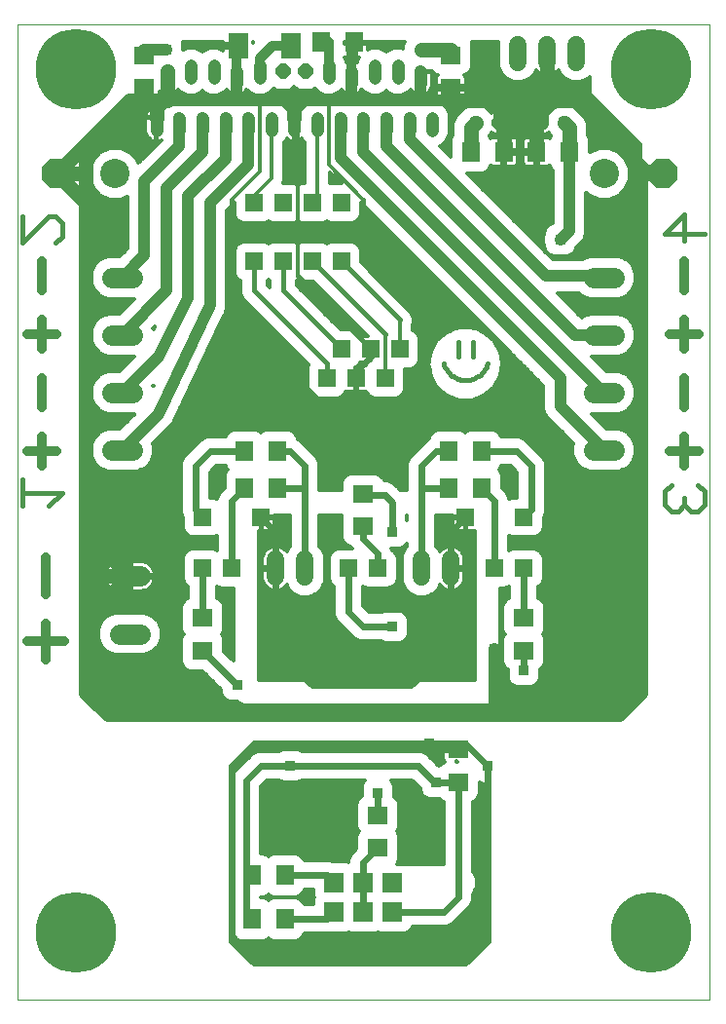
<source format=gbl>
G75*
%MOIN*%
%OFA0B0*%
%FSLAX24Y24*%
%IPPOS*%
%LPD*%
%AMOC8*
5,1,8,0,0,1.08239X$1,22.5*
%
%ADD10C,0.0000*%
%ADD11C,0.0150*%
%ADD12C,0.0433*%
%ADD13OC8,0.0512*%
%ADD14R,0.0591X0.0591*%
%ADD15R,0.0709X0.0866*%
%ADD16R,0.0630X0.0710*%
%ADD17R,0.0710X0.0630*%
%ADD18C,0.1000*%
%ADD19OC8,0.1000*%
%ADD20C,0.0600*%
%ADD21OC8,0.0500*%
%ADD22C,0.0500*%
%ADD23R,0.0689X0.0689*%
%ADD24C,0.0705*%
%ADD25C,0.0500*%
%ADD26R,0.0356X0.0356*%
%ADD27C,0.0400*%
%ADD28C,0.0240*%
%ADD29C,0.0320*%
%ADD30C,0.0120*%
%ADD31C,0.0160*%
%ADD32C,0.2756*%
D10*
X007676Y000126D02*
X007676Y033501D01*
X031376Y033501D01*
X031376Y000126D01*
X007676Y000126D01*
D11*
X007851Y017010D02*
X007851Y017911D01*
X007851Y017460D02*
X009202Y017460D01*
X008752Y017010D01*
X008977Y026010D02*
X009202Y026235D01*
X009202Y026686D01*
X008977Y026911D01*
X008752Y026911D01*
X007851Y026010D01*
X007851Y026911D01*
X029850Y026316D02*
X030526Y026991D01*
X030526Y026090D01*
X031201Y026316D02*
X029850Y026316D01*
X030075Y017741D02*
X029850Y017516D01*
X029850Y017066D01*
X030075Y016840D01*
X030300Y016840D01*
X030526Y017066D01*
X030751Y016840D01*
X030976Y016840D01*
X031201Y017066D01*
X031201Y017516D01*
X030976Y017741D01*
X030526Y017291D02*
X030526Y017066D01*
D12*
X021888Y029868D02*
X021888Y030301D01*
X021101Y030301D02*
X021101Y029868D01*
X020314Y029868D02*
X020314Y030301D01*
X019526Y030301D02*
X019526Y029868D01*
X018739Y029868D02*
X018739Y030301D01*
X017951Y030301D02*
X017951Y029868D01*
X017164Y029868D02*
X017164Y030301D01*
X016377Y030301D02*
X016377Y029868D01*
X015589Y029868D02*
X015589Y030301D01*
X014802Y030301D02*
X014802Y029868D01*
X014014Y029868D02*
X014014Y030301D01*
X013227Y030301D02*
X013227Y029868D01*
X012440Y029868D02*
X012440Y030301D01*
X012833Y031443D02*
X012833Y031876D01*
X013621Y031659D02*
X013621Y032092D01*
X014408Y032092D02*
X014408Y031659D01*
X015195Y031876D02*
X015195Y031443D01*
X015983Y031659D02*
X015983Y032092D01*
X018345Y032092D02*
X018345Y031659D01*
X019132Y031876D02*
X019132Y031443D01*
X019920Y031659D02*
X019920Y032092D01*
X020707Y032092D02*
X020707Y031659D01*
X021495Y031876D02*
X021495Y031443D01*
D13*
X017558Y031876D03*
X016770Y031876D03*
D14*
X016776Y027376D03*
X015776Y027376D03*
X015776Y025376D03*
X016776Y025376D03*
X017776Y025376D03*
X018776Y025376D03*
X018776Y027376D03*
X017776Y027376D03*
X018776Y022376D03*
X018276Y021376D03*
X019276Y021376D03*
X019776Y022376D03*
X020276Y021376D03*
X020776Y022376D03*
X023026Y016626D03*
X024026Y014876D03*
X025026Y014876D03*
X025026Y016626D03*
X020026Y014876D03*
X019026Y014876D03*
X016026Y016626D03*
X015026Y014876D03*
X014026Y014876D03*
X014026Y016626D03*
D15*
X015237Y032751D03*
X017065Y032751D03*
D16*
X018091Y032876D03*
X019211Y032876D03*
X023216Y029126D03*
X024336Y029126D03*
X025466Y029126D03*
X026586Y029126D03*
X023586Y018876D03*
X022466Y018876D03*
X022466Y017626D03*
X023586Y017626D03*
X016586Y017626D03*
X016586Y018876D03*
X015466Y018876D03*
X015466Y017626D03*
X015716Y004376D03*
X016836Y004376D03*
X016836Y002876D03*
X015716Y002876D03*
D17*
X020026Y005316D03*
X020026Y006435D03*
X022776Y007566D03*
X022776Y008685D03*
X025026Y012066D03*
X025026Y013185D03*
X019526Y016316D03*
X019526Y017435D03*
X014026Y013185D03*
X014026Y012066D03*
X012026Y031316D03*
X012026Y032435D03*
X022526Y032435D03*
X022526Y031316D03*
D18*
X027776Y028376D03*
X011026Y028376D03*
D19*
X009026Y028376D03*
X029776Y028376D03*
D20*
X026825Y032201D02*
X026825Y032801D01*
X025825Y032801D02*
X025825Y032201D01*
X024825Y032201D02*
X024825Y032801D01*
X022526Y015176D02*
X022526Y014576D01*
X021526Y014576D02*
X021526Y015176D01*
X017526Y015176D02*
X017526Y014576D01*
X016526Y014576D02*
X016526Y015176D01*
D21*
X024176Y030126D03*
X025626Y030126D03*
D22*
X026426Y030126D03*
X023376Y030126D03*
D23*
X020526Y004126D03*
X020526Y003126D03*
X019526Y003126D03*
X019526Y004126D03*
X018526Y004126D03*
X018526Y003126D03*
D24*
X011879Y012641D02*
X011174Y012641D01*
X011174Y014610D02*
X011879Y014610D01*
X011629Y018923D02*
X010924Y018923D01*
X010924Y020891D02*
X011629Y020891D01*
X011629Y022860D02*
X010924Y022860D01*
X010924Y024828D02*
X011629Y024828D01*
X027424Y024828D02*
X028129Y024828D01*
X028129Y022860D02*
X027424Y022860D01*
X027424Y020891D02*
X028129Y020891D01*
X028129Y018923D02*
X027424Y018923D01*
D25*
X029026Y010626D02*
X029026Y028626D01*
X026776Y030876D01*
X025825Y030876D01*
X025626Y030876D01*
X025626Y030126D01*
X025466Y030816D02*
X025466Y029126D01*
X024336Y029126D02*
X024336Y030816D01*
X024276Y030876D02*
X024176Y030876D01*
X022526Y030876D01*
X022526Y031316D01*
X022526Y032435D02*
X022526Y032626D01*
X021526Y032626D01*
X023376Y030126D02*
X023216Y029966D01*
X023216Y029126D01*
X024276Y030876D02*
X025526Y030876D01*
X025626Y030876D01*
X025825Y030876D02*
X025825Y032501D01*
X026426Y030126D02*
X026586Y029966D01*
X026586Y029126D01*
X029026Y028626D02*
X029276Y028376D01*
X029776Y028376D01*
X017164Y030301D02*
X017164Y030876D01*
X012833Y030876D02*
X012526Y030876D01*
X012440Y030876D01*
X012026Y030876D01*
X011526Y030876D01*
X010026Y029376D01*
X009026Y028376D01*
X010026Y027376D01*
X010026Y028376D01*
X009026Y028376D01*
X010026Y028376D02*
X010026Y029376D01*
X010026Y027376D02*
X010026Y016126D01*
X011526Y014626D01*
X010026Y013126D01*
X010026Y014626D01*
X010042Y014610D01*
X011526Y014610D01*
X010026Y014626D02*
X010026Y016126D01*
X010026Y013126D02*
X010026Y010626D01*
X010776Y009876D01*
X024026Y009876D01*
X028276Y009876D01*
X029026Y010626D01*
X012833Y030876D02*
X012833Y031876D01*
X012440Y030876D02*
X012440Y030301D01*
D26*
X012776Y032626D03*
X021526Y032626D03*
X026276Y026126D03*
X020526Y016126D03*
X020526Y012876D03*
X021901Y011626D03*
X024026Y012126D03*
X025026Y011376D03*
X023776Y008126D03*
X022026Y007566D03*
X021776Y008876D03*
X020026Y007185D03*
X017026Y008126D03*
X015216Y010876D03*
X017026Y011626D03*
D27*
X011276Y018923D02*
X012526Y020173D01*
X014276Y023876D01*
X014276Y027376D01*
X015589Y028689D01*
X015589Y030301D01*
X015195Y030876D02*
X016276Y030876D01*
X017164Y030876D01*
X018276Y030876D01*
X019132Y030876D01*
X021495Y030876D01*
X022526Y030876D01*
X021495Y030876D02*
X021495Y031876D01*
X021101Y030301D02*
X021101Y029551D01*
X025776Y024876D01*
X027729Y024876D01*
X027776Y024828D01*
X027776Y022860D02*
X026792Y022860D01*
X020314Y029338D01*
X020314Y030301D01*
X019526Y030301D02*
X019526Y029126D01*
X027760Y020891D01*
X027776Y020891D01*
X026276Y020423D02*
X027776Y018923D01*
X026276Y020423D02*
X026276Y021376D01*
X018739Y028913D01*
X018739Y030301D01*
X019132Y030876D02*
X019132Y031876D01*
X015195Y031876D02*
X015195Y030876D01*
X012833Y030876D01*
X012526Y030876D02*
X012026Y030876D01*
X012026Y031316D01*
X012026Y032435D02*
X012026Y032626D01*
X012776Y032626D01*
X013227Y030301D02*
X013227Y029326D01*
X012026Y028126D01*
X012026Y025578D01*
X011276Y024828D01*
X012776Y024376D02*
X011276Y022860D01*
X012526Y022141D02*
X011276Y020891D01*
X012526Y022141D02*
X013526Y024126D01*
X013526Y027626D01*
X014802Y028901D01*
X014802Y030301D01*
X014014Y030301D02*
X014014Y029114D01*
X012776Y027876D01*
X012776Y024376D01*
X024176Y030126D02*
X024176Y030876D01*
X024276Y030876D02*
X024336Y030816D01*
X025466Y030816D02*
X025526Y030876D01*
X026586Y029126D02*
X026586Y026435D01*
X026276Y026126D01*
X024026Y012126D02*
X024026Y009876D01*
D28*
X023026Y008876D02*
X022776Y008876D01*
X022776Y008685D01*
X022586Y008876D01*
X022776Y008876D02*
X021776Y008876D01*
X015776Y008876D01*
X015026Y008126D01*
X015026Y002126D01*
X015776Y001376D01*
X023026Y001376D01*
X023776Y002126D01*
X023776Y008126D01*
X023026Y008876D01*
X022776Y007566D02*
X022776Y003626D01*
X022276Y003126D01*
X020526Y003126D01*
X019526Y003126D02*
X019526Y004126D01*
X019526Y004816D01*
X020026Y005316D01*
X020026Y006435D02*
X020026Y007185D01*
X021401Y008126D02*
X021961Y007566D01*
X022026Y007566D01*
X022776Y007566D01*
X021401Y008126D02*
X017026Y008126D01*
X016026Y008126D01*
X015526Y007626D01*
X015526Y004566D01*
X015716Y004376D01*
X015526Y004566D02*
X015526Y003066D01*
X015716Y002876D01*
X016836Y002876D02*
X018276Y002876D01*
X018526Y003126D01*
X018526Y004126D02*
X018276Y004376D01*
X016836Y004376D01*
X017776Y010876D02*
X021151Y010876D01*
X021901Y011626D01*
X022526Y012251D01*
X022526Y014876D01*
X022526Y016126D01*
X023026Y016626D01*
X022466Y017626D02*
X021526Y017626D01*
X021526Y018376D01*
X022026Y018876D01*
X022466Y018876D01*
X023586Y018876D02*
X024776Y018876D01*
X025276Y018376D01*
X025276Y016876D01*
X025026Y016626D01*
X024026Y017185D02*
X023586Y017626D01*
X024026Y017185D02*
X024026Y014876D01*
X025026Y014876D02*
X025026Y013185D01*
X025026Y012066D02*
X025026Y011376D01*
X021526Y014876D02*
X021526Y017626D01*
X020526Y017126D02*
X020526Y016126D01*
X020026Y015376D02*
X019526Y015876D01*
X019526Y016316D01*
X020026Y015376D02*
X020026Y014876D01*
X019026Y014876D02*
X019026Y013376D01*
X019526Y012876D01*
X020526Y012876D01*
X017776Y010876D02*
X017026Y011626D01*
X016526Y012126D01*
X016526Y014876D01*
X016526Y016126D01*
X016026Y016626D01*
X015026Y017185D02*
X015466Y017626D01*
X015026Y017185D02*
X015026Y014876D01*
X014026Y014876D02*
X014026Y013185D01*
X014026Y012066D02*
X015216Y010876D01*
X017526Y014876D02*
X017526Y017626D01*
X016586Y017626D01*
X017526Y017626D02*
X017526Y018376D01*
X017026Y018876D01*
X016586Y018876D01*
X015466Y018876D02*
X014276Y018876D01*
X013776Y018376D01*
X013776Y016876D01*
X014026Y016626D01*
X019276Y021376D02*
X019276Y021626D01*
X019776Y022126D01*
X019776Y022376D01*
X019526Y017435D02*
X019586Y017376D01*
X020276Y017376D01*
X020526Y017126D01*
D29*
X030026Y018876D02*
X030510Y018876D01*
X030526Y018876D01*
X030526Y019376D01*
X030526Y018876D02*
X031026Y018876D01*
X030526Y018876D02*
X030526Y018376D01*
X030526Y020376D02*
X030526Y021376D01*
X030526Y022376D02*
X030526Y022876D01*
X030510Y022876D01*
X030026Y022876D01*
X030526Y022876D02*
X030526Y023376D01*
X030526Y022876D02*
X031026Y022876D01*
X030526Y024376D02*
X030526Y025376D01*
X019132Y031876D02*
X019132Y032876D01*
X019211Y032876D01*
X018345Y032876D02*
X018345Y031876D01*
X018345Y032876D02*
X018091Y032876D01*
X017065Y032751D02*
X016401Y032751D01*
X015983Y032332D01*
X015983Y031876D01*
X015195Y031876D02*
X015195Y032751D01*
X015237Y032751D01*
X008526Y025376D02*
X008526Y024376D01*
X008526Y023376D02*
X008526Y022876D01*
X008463Y022876D01*
X008026Y022876D01*
X008526Y022876D02*
X008526Y022376D01*
X008526Y022876D02*
X009026Y022876D01*
X008526Y021376D02*
X008526Y020376D01*
X008526Y019376D02*
X008526Y018876D01*
X008463Y018876D01*
X008026Y018876D01*
X008526Y018876D02*
X008526Y018376D01*
X008526Y018876D02*
X009026Y018876D01*
X008651Y015251D02*
X008651Y014001D01*
X008651Y013001D02*
X008651Y012376D01*
X008857Y012376D01*
X009276Y012376D01*
X008651Y012376D02*
X008651Y011751D01*
X008651Y012376D02*
X008026Y012376D01*
D30*
X010026Y012435D02*
X010466Y012435D01*
X010441Y012496D02*
X010553Y012226D01*
X010759Y012020D01*
X011028Y011909D01*
X012024Y011909D01*
X012294Y012020D01*
X012500Y012226D01*
X012611Y012496D01*
X012611Y012787D01*
X012500Y013056D01*
X012294Y013262D01*
X012024Y013374D01*
X011028Y013374D01*
X010759Y013262D01*
X010553Y013056D01*
X010441Y012787D01*
X010441Y012496D01*
X010441Y012554D02*
X010026Y012554D01*
X010026Y012672D02*
X010441Y012672D01*
X010443Y012791D02*
X010026Y012791D01*
X010026Y012909D02*
X010492Y012909D01*
X010541Y013028D02*
X010026Y013028D01*
X010026Y013146D02*
X010643Y013146D01*
X010764Y013265D02*
X010026Y013265D01*
X010026Y013383D02*
X013291Y013383D01*
X013291Y013265D02*
X012288Y013265D01*
X012410Y013146D02*
X013291Y013146D01*
X013291Y013028D02*
X012512Y013028D01*
X012561Y012909D02*
X013291Y012909D01*
X013291Y012795D02*
X013349Y012655D01*
X013379Y012626D01*
X013349Y012596D01*
X013291Y012456D01*
X013291Y011675D01*
X013349Y011536D01*
X013456Y011429D01*
X013596Y011371D01*
X014014Y011371D01*
X014658Y010727D01*
X014658Y010622D01*
X014716Y010482D01*
X014823Y010375D01*
X014963Y010317D01*
X015212Y010317D01*
X015277Y010253D01*
X015439Y010186D01*
X023864Y010186D01*
X024025Y010253D01*
X024149Y010376D01*
X024216Y010538D01*
X024216Y014200D01*
X024397Y014200D01*
X024526Y014254D01*
X024526Y013852D01*
X024456Y013823D01*
X024349Y013716D01*
X024291Y013576D01*
X024291Y012795D01*
X024349Y012655D01*
X024379Y012626D01*
X024349Y012596D01*
X024291Y012456D01*
X024291Y011675D01*
X024349Y011536D01*
X024456Y011429D01*
X024468Y011424D01*
X024468Y011122D01*
X024526Y010982D01*
X024633Y010875D01*
X024772Y010817D01*
X025280Y010817D01*
X025420Y010875D01*
X025526Y010982D01*
X025584Y011122D01*
X025584Y011424D01*
X025596Y011429D01*
X025703Y011536D01*
X025761Y011675D01*
X025761Y012456D01*
X025703Y012596D01*
X025674Y012626D01*
X025703Y012655D01*
X025761Y012795D01*
X025761Y013576D01*
X025703Y013716D01*
X025596Y013823D01*
X025526Y013852D01*
X025526Y014254D01*
X025537Y014258D01*
X025644Y014365D01*
X025701Y014505D01*
X025701Y015246D01*
X025644Y015386D01*
X025537Y015493D01*
X025397Y015551D01*
X024655Y015551D01*
X024526Y015497D01*
X024526Y015497D01*
X024526Y016004D01*
X024655Y015950D01*
X025397Y015950D01*
X025537Y016008D01*
X025644Y016115D01*
X025701Y016255D01*
X025701Y016596D01*
X025776Y016776D01*
X025776Y018475D01*
X025700Y018659D01*
X025559Y018799D01*
X025059Y019299D01*
X024876Y019376D01*
X024252Y019376D01*
X024223Y019446D01*
X024116Y019553D01*
X023977Y019611D01*
X023195Y019611D01*
X023056Y019553D01*
X023026Y019523D01*
X022997Y019553D01*
X022857Y019611D01*
X022076Y019611D01*
X021936Y019553D01*
X021829Y019446D01*
X021774Y019312D01*
X021743Y019299D01*
X021602Y019159D01*
X021102Y018659D01*
X021026Y018475D01*
X021026Y017566D01*
X020793Y017566D01*
X020700Y017659D01*
X020559Y017799D01*
X020376Y017876D01*
X020241Y017876D01*
X020203Y017966D01*
X020096Y018073D01*
X019957Y018130D01*
X019096Y018130D01*
X018956Y018073D01*
X018849Y017966D01*
X018791Y017826D01*
X018791Y017566D01*
X018026Y017566D01*
X018026Y018475D01*
X017950Y018659D01*
X017450Y019159D01*
X017309Y019299D01*
X017278Y019312D01*
X017223Y019446D01*
X017116Y019553D01*
X016977Y019611D01*
X016195Y019611D01*
X016056Y019553D01*
X016026Y019523D01*
X015997Y019553D01*
X015857Y019611D01*
X015076Y019611D01*
X014936Y019553D01*
X014829Y019446D01*
X014800Y019376D01*
X014177Y019376D01*
X013993Y019299D01*
X013493Y018799D01*
X013352Y018659D01*
X013276Y018475D01*
X013276Y016776D01*
X013351Y016596D01*
X013351Y016255D01*
X013409Y016115D01*
X013516Y016008D01*
X013655Y015950D01*
X014397Y015950D01*
X014526Y016004D01*
X014526Y015497D01*
X014397Y015551D01*
X013655Y015551D01*
X013516Y015493D01*
X013409Y015386D01*
X013351Y015246D01*
X013351Y014505D01*
X013409Y014365D01*
X013516Y014258D01*
X013526Y014254D01*
X013526Y013852D01*
X013456Y013823D01*
X013349Y013716D01*
X013291Y013576D01*
X013291Y012795D01*
X013293Y012791D02*
X012610Y012791D01*
X012611Y012672D02*
X013342Y012672D01*
X013332Y012554D02*
X012611Y012554D01*
X012586Y012435D02*
X013291Y012435D01*
X013291Y012317D02*
X012537Y012317D01*
X012471Y012198D02*
X013291Y012198D01*
X013291Y012080D02*
X012353Y012080D01*
X012151Y011961D02*
X013291Y011961D01*
X013291Y011843D02*
X010026Y011843D01*
X010026Y011961D02*
X010902Y011961D01*
X010699Y012080D02*
X010026Y012080D01*
X010026Y012198D02*
X010581Y012198D01*
X010515Y012317D02*
X010026Y012317D01*
X010026Y011724D02*
X013291Y011724D01*
X013320Y011606D02*
X010026Y011606D01*
X010026Y011487D02*
X013398Y011487D01*
X014016Y011369D02*
X010026Y011369D01*
X010026Y011250D02*
X014135Y011250D01*
X014253Y011132D02*
X010026Y011132D01*
X010026Y011013D02*
X014372Y011013D01*
X014490Y010895D02*
X010026Y010895D01*
X010026Y010776D02*
X014609Y010776D01*
X014658Y010658D02*
X010026Y010658D01*
X010026Y010626D02*
X010026Y029376D01*
X011548Y030898D01*
X011573Y030873D01*
X011610Y030852D01*
X011650Y030841D01*
X011966Y030841D01*
X011966Y031256D01*
X011906Y031256D01*
X011966Y031316D01*
X011966Y031256D01*
X012086Y031256D01*
X012086Y030841D01*
X012402Y030841D01*
X012443Y030852D01*
X012479Y030873D01*
X012509Y030903D01*
X012530Y030939D01*
X012541Y030980D01*
X012541Y031202D01*
X012593Y031150D01*
X012655Y031109D01*
X012723Y031080D01*
X012796Y031066D01*
X012824Y031066D01*
X012824Y031867D01*
X012842Y031867D01*
X012842Y031066D01*
X012870Y031066D01*
X012943Y031080D01*
X013012Y031109D01*
X013073Y031150D01*
X013126Y031202D01*
X013167Y031264D01*
X013168Y031268D01*
X013283Y031153D01*
X013502Y031063D01*
X013739Y031063D01*
X013959Y031153D01*
X014014Y031209D01*
X014070Y031153D01*
X014289Y031063D01*
X014527Y031063D01*
X014746Y031153D01*
X014860Y031268D01*
X014862Y031264D01*
X014903Y031202D01*
X014955Y031150D01*
X015017Y031109D01*
X015086Y031080D01*
X015158Y031066D01*
X015187Y031066D01*
X015187Y031867D01*
X015204Y031867D01*
X015204Y031066D01*
X015233Y031066D01*
X015305Y031080D01*
X015374Y031109D01*
X015435Y031150D01*
X015488Y031202D01*
X015529Y031264D01*
X015531Y031268D01*
X015645Y031153D01*
X015864Y031063D01*
X016102Y031063D01*
X016321Y031153D01*
X016457Y031290D01*
X016507Y031240D01*
X017034Y031240D01*
X017164Y031370D01*
X017294Y031240D01*
X017821Y031240D01*
X017871Y031290D01*
X018007Y031153D01*
X018226Y031063D01*
X018464Y031063D01*
X018683Y031153D01*
X018797Y031268D01*
X018799Y031264D01*
X018840Y031202D01*
X018892Y031150D01*
X018954Y031109D01*
X019023Y031080D01*
X019095Y031066D01*
X019124Y031066D01*
X019124Y031867D01*
X019141Y031867D01*
X019141Y031066D01*
X019170Y031066D01*
X019242Y031080D01*
X019311Y031109D01*
X019373Y031150D01*
X019425Y031202D01*
X019466Y031264D01*
X019468Y031268D01*
X019582Y031153D01*
X019801Y031063D01*
X020039Y031063D01*
X020258Y031153D01*
X020314Y031209D01*
X020369Y031153D01*
X020589Y031063D01*
X020826Y031063D01*
X021045Y031153D01*
X021160Y031268D01*
X021161Y031264D01*
X021202Y031202D01*
X021255Y031150D01*
X021316Y031109D01*
X021385Y031080D01*
X021458Y031066D01*
X021486Y031066D01*
X021486Y031867D01*
X021504Y031867D01*
X021504Y031884D01*
X021870Y031884D01*
X021956Y031798D01*
X022067Y031752D01*
X022043Y031729D01*
X022022Y031692D01*
X022011Y031652D01*
X022011Y031376D01*
X022466Y031376D01*
X022466Y031256D01*
X022011Y031256D01*
X022011Y030980D01*
X022022Y030939D01*
X022043Y030903D01*
X022073Y030873D01*
X022090Y030863D01*
X022007Y030897D01*
X021770Y030897D01*
X021550Y030807D01*
X021495Y030751D01*
X021439Y030807D01*
X021220Y030897D01*
X020982Y030897D01*
X020763Y030807D01*
X020707Y030751D01*
X020651Y030807D01*
X020432Y030897D01*
X020195Y030897D01*
X019976Y030807D01*
X019920Y030751D01*
X019864Y030807D01*
X019645Y030897D01*
X019408Y030897D01*
X019188Y030807D01*
X019132Y030751D01*
X019077Y030807D01*
X018857Y030897D01*
X018620Y030897D01*
X018401Y030807D01*
X018345Y030751D01*
X018289Y030807D01*
X018070Y030897D01*
X017833Y030897D01*
X017613Y030807D01*
X017446Y030639D01*
X017420Y030577D01*
X017404Y030593D01*
X017342Y030634D01*
X017274Y030663D01*
X017201Y030677D01*
X017173Y030677D01*
X017173Y030310D01*
X017155Y030310D01*
X017155Y030677D01*
X017127Y030677D01*
X017054Y030663D01*
X016986Y030634D01*
X016924Y030593D01*
X016908Y030577D01*
X016882Y030639D01*
X016714Y030807D01*
X016495Y030897D01*
X016258Y030897D01*
X016039Y030807D01*
X015983Y030751D01*
X015927Y030807D01*
X015708Y030897D01*
X015471Y030897D01*
X015251Y030807D01*
X015195Y030751D01*
X015140Y030807D01*
X014920Y030897D01*
X014683Y030897D01*
X014464Y030807D01*
X014408Y030751D01*
X014352Y030807D01*
X014133Y030897D01*
X013896Y030897D01*
X013676Y030807D01*
X013621Y030751D01*
X013565Y030807D01*
X013346Y030897D01*
X013108Y030897D01*
X012889Y030807D01*
X012721Y030639D01*
X012696Y030577D01*
X012680Y030593D01*
X012618Y030634D01*
X012549Y030663D01*
X012477Y030677D01*
X012448Y030677D01*
X012448Y030310D01*
X012431Y030310D01*
X012431Y030677D01*
X012402Y030677D01*
X012330Y030663D01*
X012261Y030634D01*
X012200Y030593D01*
X012147Y030541D01*
X012106Y030479D01*
X012078Y030411D01*
X012063Y030338D01*
X012063Y030310D01*
X012431Y030310D01*
X012431Y030292D01*
X012448Y030292D01*
X012448Y029491D01*
X012477Y029491D01*
X012549Y029506D01*
X012612Y029532D01*
X011826Y028745D01*
X011772Y028874D01*
X011525Y029122D01*
X011201Y029256D01*
X010851Y029256D01*
X010528Y029122D01*
X010280Y028874D01*
X010146Y028551D01*
X010146Y028201D01*
X010280Y027877D01*
X010528Y027630D01*
X010851Y027496D01*
X011201Y027496D01*
X011446Y027597D01*
X011446Y025819D01*
X011188Y025561D01*
X010778Y025561D01*
X010509Y025449D01*
X010303Y025243D01*
X010191Y024974D01*
X010191Y024683D01*
X010303Y024413D01*
X010509Y024207D01*
X010778Y024096D01*
X011683Y024096D01*
X011185Y023592D01*
X010778Y023592D01*
X010509Y023481D01*
X010303Y023275D01*
X010191Y023006D01*
X010191Y022714D01*
X010303Y022445D01*
X010509Y022239D01*
X010778Y022127D01*
X011692Y022127D01*
X011188Y021624D01*
X010778Y021624D01*
X010509Y021512D01*
X010303Y021306D01*
X010191Y021037D01*
X010191Y020746D01*
X010303Y020476D01*
X010509Y020270D01*
X010778Y020159D01*
X011692Y020159D01*
X011188Y019655D01*
X010778Y019655D01*
X010509Y019544D01*
X010303Y019338D01*
X010191Y019069D01*
X010191Y018777D01*
X010303Y018508D01*
X010509Y018302D01*
X010778Y018190D01*
X011774Y018190D01*
X012044Y018302D01*
X012250Y018508D01*
X012361Y018777D01*
X012361Y019069D01*
X012326Y019153D01*
X012926Y019753D01*
X013001Y019821D01*
X013008Y019834D01*
X013018Y019844D01*
X013057Y019938D01*
X014758Y023537D01*
X014768Y023547D01*
X014807Y023641D01*
X014850Y023732D01*
X014851Y023747D01*
X014856Y023760D01*
X014856Y023861D01*
X014861Y023963D01*
X014856Y023976D01*
X014856Y027135D01*
X015101Y027380D01*
X015101Y027005D01*
X015159Y026865D01*
X015266Y026758D01*
X015405Y026700D01*
X016147Y026700D01*
X016276Y026754D01*
X016405Y026700D01*
X017147Y026700D01*
X017276Y026754D01*
X017405Y026700D01*
X018147Y026700D01*
X018276Y026754D01*
X018405Y026700D01*
X019147Y026700D01*
X019287Y026758D01*
X019394Y026865D01*
X019451Y027005D01*
X019451Y027380D01*
X025696Y021135D01*
X025696Y020307D01*
X025784Y020094D01*
X026726Y019153D01*
X026691Y019069D01*
X026691Y018777D01*
X026803Y018508D01*
X027009Y018302D01*
X027278Y018190D01*
X028274Y018190D01*
X028544Y018302D01*
X028750Y018508D01*
X028861Y018777D01*
X028861Y019069D01*
X028750Y019338D01*
X028544Y019544D01*
X028274Y019655D01*
X027864Y019655D01*
X027360Y020159D01*
X028274Y020159D01*
X028544Y020270D01*
X028750Y020476D01*
X028861Y020746D01*
X028861Y021037D01*
X028750Y021306D01*
X028544Y021512D01*
X028274Y021624D01*
X027848Y021624D01*
X027345Y022127D01*
X028274Y022127D01*
X028544Y022239D01*
X028750Y022445D01*
X028861Y022714D01*
X028861Y023006D01*
X028750Y023275D01*
X028544Y023481D01*
X028274Y023592D01*
X027278Y023592D01*
X027009Y023481D01*
X027000Y023472D01*
X026176Y024296D01*
X026921Y024296D01*
X027009Y024207D01*
X027278Y024096D01*
X028274Y024096D01*
X028544Y024207D01*
X028750Y024413D01*
X028861Y024683D01*
X028861Y024974D01*
X028750Y025243D01*
X028544Y025449D01*
X028274Y025561D01*
X027278Y025561D01*
X027024Y025456D01*
X026016Y025456D01*
X023081Y028391D01*
X023607Y028391D01*
X023747Y028449D01*
X023853Y028555D01*
X023899Y028666D01*
X023923Y028643D01*
X023959Y028622D01*
X024000Y028611D01*
X024276Y028611D01*
X024276Y029066D01*
X024396Y029066D01*
X024396Y029186D01*
X024276Y029186D01*
X024276Y029641D01*
X024000Y029641D01*
X023959Y029630D01*
X023923Y029609D01*
X023899Y029585D01*
X023853Y029696D01*
X023846Y029703D01*
X023846Y029705D01*
X023910Y029769D01*
X023923Y029799D01*
X024006Y029716D01*
X024156Y029716D01*
X024156Y030106D01*
X024196Y030106D01*
X024196Y030146D01*
X024156Y030146D01*
X024156Y030536D01*
X024006Y030536D01*
X023923Y030452D01*
X023910Y030482D01*
X023733Y030660D01*
X023501Y030756D01*
X023251Y030756D01*
X023019Y030660D01*
X022682Y030323D01*
X022586Y030091D01*
X022586Y029703D01*
X022579Y029696D01*
X022521Y029556D01*
X022521Y028951D01*
X022144Y029328D01*
X022226Y029362D01*
X022394Y029530D01*
X022485Y029749D01*
X022485Y030419D01*
X022394Y030639D01*
X022226Y030807D01*
X022131Y030846D01*
X022150Y030841D01*
X022466Y030841D01*
X022466Y031256D01*
X022586Y031256D01*
X022586Y031376D01*
X023041Y031376D01*
X023041Y031652D01*
X023030Y031692D01*
X023009Y031729D01*
X022986Y031752D01*
X023096Y031798D01*
X023203Y031905D01*
X023261Y032045D01*
X023261Y032826D01*
X023241Y032876D01*
X024145Y032876D01*
X024145Y032065D01*
X024249Y031815D01*
X024440Y031624D01*
X024690Y031521D01*
X024961Y031521D01*
X025211Y031624D01*
X025402Y031815D01*
X025451Y031934D01*
X025475Y031901D01*
X025526Y031850D01*
X025584Y031807D01*
X025649Y031774D01*
X025718Y031752D01*
X025785Y031741D01*
X025785Y032461D01*
X025865Y032461D01*
X025865Y031741D01*
X025933Y031752D01*
X026002Y031774D01*
X026066Y031807D01*
X026125Y031850D01*
X026176Y031901D01*
X026200Y031934D01*
X026249Y031815D01*
X026440Y031624D01*
X026690Y031521D01*
X026961Y031521D01*
X027211Y031624D01*
X027276Y031690D01*
X027276Y031126D01*
X029026Y029376D01*
X029026Y010626D01*
X028276Y009876D01*
X010776Y009876D01*
X010026Y010626D01*
X010113Y010539D02*
X014693Y010539D01*
X014778Y010421D02*
X010231Y010421D01*
X010350Y010302D02*
X015227Y010302D01*
X015966Y011066D02*
X015966Y016170D01*
X016007Y016170D01*
X016007Y016607D01*
X016045Y016607D01*
X016045Y016644D01*
X016481Y016644D01*
X016481Y016686D01*
X017026Y016686D01*
X017026Y015637D01*
X016950Y015561D01*
X016901Y015443D01*
X016877Y015475D01*
X016826Y015526D01*
X016767Y015569D01*
X016703Y015602D01*
X016634Y015624D01*
X016566Y015635D01*
X016566Y014916D01*
X016486Y014916D01*
X016486Y015635D01*
X016418Y015624D01*
X016350Y015602D01*
X016285Y015569D01*
X016227Y015526D01*
X016175Y015475D01*
X016133Y015417D01*
X016100Y015352D01*
X016078Y015283D01*
X016066Y015212D01*
X016066Y014916D01*
X016486Y014916D01*
X016486Y014836D01*
X016066Y014836D01*
X016066Y014539D01*
X016078Y014468D01*
X016100Y014399D01*
X016133Y014334D01*
X016175Y014276D01*
X016227Y014225D01*
X016285Y014182D01*
X016350Y014149D01*
X016418Y014127D01*
X016486Y014116D01*
X016486Y014836D01*
X016566Y014836D01*
X016566Y014116D01*
X016634Y014127D01*
X016703Y014149D01*
X016767Y014182D01*
X016826Y014225D01*
X016877Y014276D01*
X016901Y014309D01*
X016950Y014190D01*
X017141Y013999D01*
X017391Y013896D01*
X017661Y013896D01*
X017911Y013999D01*
X018103Y014190D01*
X018206Y014440D01*
X018206Y015311D01*
X018103Y015561D01*
X018026Y015637D01*
X018026Y016686D01*
X018791Y016686D01*
X018791Y015925D01*
X018849Y015786D01*
X018956Y015679D01*
X019089Y015623D01*
X019102Y015592D01*
X019144Y015551D01*
X018655Y015551D01*
X018516Y015493D01*
X018409Y015386D01*
X018351Y015246D01*
X018351Y014505D01*
X018409Y014365D01*
X018516Y014258D01*
X018526Y014254D01*
X018526Y013276D01*
X018602Y013092D01*
X018743Y012952D01*
X019243Y012452D01*
X019427Y012376D01*
X020133Y012376D01*
X020133Y012375D01*
X020272Y012317D01*
X020780Y012317D01*
X020920Y012375D01*
X021026Y012482D01*
X021084Y012622D01*
X021084Y013129D01*
X021026Y013269D01*
X020920Y013376D01*
X020780Y013434D01*
X020272Y013434D01*
X020133Y013376D01*
X020133Y013376D01*
X019733Y013376D01*
X019526Y013583D01*
X019526Y014254D01*
X019526Y014254D01*
X019655Y014200D01*
X020397Y014200D01*
X020537Y014258D01*
X020644Y014365D01*
X020701Y014505D01*
X020701Y015246D01*
X020644Y015386D01*
X020537Y015493D01*
X020515Y015502D01*
X020488Y015567D01*
X020780Y015567D01*
X020920Y015625D01*
X021026Y015732D01*
X021026Y015637D01*
X020950Y015561D01*
X020846Y015311D01*
X020846Y014440D01*
X020950Y014190D01*
X021141Y013999D01*
X021391Y013896D01*
X021661Y013896D01*
X021911Y013999D01*
X022103Y014190D01*
X022152Y014309D01*
X022175Y014276D01*
X022227Y014225D01*
X022285Y014182D01*
X022350Y014149D01*
X022418Y014127D01*
X022486Y014116D01*
X022486Y014836D01*
X022566Y014836D01*
X022566Y014916D01*
X022486Y014916D01*
X022486Y015635D01*
X022418Y015624D01*
X022350Y015602D01*
X022285Y015569D01*
X022227Y015526D01*
X022175Y015475D01*
X022152Y015443D01*
X022103Y015561D01*
X022026Y015637D01*
X022026Y016686D01*
X022571Y016686D01*
X022571Y016644D01*
X023007Y016644D01*
X023007Y016607D01*
X022571Y016607D01*
X022571Y016309D01*
X022582Y016269D01*
X022603Y016232D01*
X022633Y016202D01*
X022669Y016181D01*
X022710Y016170D01*
X023007Y016170D01*
X023007Y016607D01*
X023045Y016607D01*
X023045Y016170D01*
X023336Y016170D01*
X023336Y011066D01*
X015966Y011066D01*
X015966Y011132D02*
X023336Y011132D01*
X023336Y011250D02*
X015966Y011250D01*
X015966Y011369D02*
X023336Y011369D01*
X023336Y011487D02*
X015966Y011487D01*
X015966Y011606D02*
X023336Y011606D01*
X023336Y011724D02*
X015966Y011724D01*
X015966Y011843D02*
X023336Y011843D01*
X023336Y011961D02*
X015966Y011961D01*
X015966Y012080D02*
X023336Y012080D01*
X023336Y012198D02*
X015966Y012198D01*
X015966Y012317D02*
X023336Y012317D01*
X023336Y012435D02*
X020979Y012435D01*
X021056Y012554D02*
X023336Y012554D01*
X023336Y012672D02*
X021084Y012672D01*
X021084Y012791D02*
X023336Y012791D01*
X023336Y012909D02*
X021084Y012909D01*
X021084Y013028D02*
X023336Y013028D01*
X023336Y013146D02*
X021077Y013146D01*
X021028Y013265D02*
X023336Y013265D01*
X023336Y013383D02*
X020902Y013383D01*
X021198Y013976D02*
X019526Y013976D01*
X019526Y014094D02*
X021046Y014094D01*
X020941Y014213D02*
X020427Y014213D01*
X020610Y014331D02*
X020891Y014331D01*
X020846Y014450D02*
X020679Y014450D01*
X020701Y014568D02*
X020846Y014568D01*
X020846Y014687D02*
X020701Y014687D01*
X020701Y014805D02*
X020846Y014805D01*
X020846Y014924D02*
X020701Y014924D01*
X020701Y015042D02*
X020846Y015042D01*
X020846Y015161D02*
X020701Y015161D01*
X020688Y015279D02*
X020846Y015279D01*
X020882Y015398D02*
X020632Y015398D01*
X020509Y015516D02*
X020931Y015516D01*
X020929Y015635D02*
X021024Y015635D01*
X021026Y016519D02*
X021026Y016519D01*
X021026Y016686D01*
X021026Y016686D01*
X021026Y016519D01*
X021026Y016583D02*
X021026Y016583D01*
X021026Y017649D02*
X020710Y017649D01*
X020700Y017659D02*
X020700Y017659D01*
X020591Y017768D02*
X021026Y017768D01*
X021026Y017886D02*
X020236Y017886D01*
X020164Y018005D02*
X021026Y018005D01*
X021026Y018123D02*
X019974Y018123D01*
X019078Y018123D02*
X018026Y018123D01*
X018026Y018005D02*
X018888Y018005D01*
X018816Y017886D02*
X018026Y017886D01*
X018026Y017768D02*
X018791Y017768D01*
X018791Y017649D02*
X018026Y017649D01*
X018026Y018242D02*
X021026Y018242D01*
X021026Y018360D02*
X018026Y018360D01*
X018025Y018479D02*
X021028Y018479D01*
X021077Y018597D02*
X017976Y018597D01*
X017893Y018716D02*
X021159Y018716D01*
X021278Y018834D02*
X017775Y018834D01*
X017656Y018953D02*
X021396Y018953D01*
X021515Y019071D02*
X017538Y019071D01*
X017419Y019190D02*
X021633Y019190D01*
X021764Y019308D02*
X017289Y019308D01*
X017231Y019427D02*
X021821Y019427D01*
X021929Y019545D02*
X017124Y019545D01*
X017766Y020758D02*
X017905Y020700D01*
X018647Y020700D01*
X018787Y020758D01*
X018894Y020865D01*
X018921Y020931D01*
X018960Y020920D01*
X019256Y020920D01*
X019256Y021356D01*
X019296Y021356D01*
X019296Y020920D01*
X019593Y020920D01*
X019632Y020931D01*
X019659Y020865D01*
X019766Y020758D01*
X019905Y020700D01*
X020647Y020700D01*
X020787Y020758D01*
X020894Y020865D01*
X020951Y021005D01*
X020951Y021700D01*
X021147Y021700D01*
X021287Y021758D01*
X021394Y021865D01*
X021451Y022005D01*
X021451Y022746D01*
X021394Y022886D01*
X021287Y022993D01*
X021216Y023022D01*
X021216Y023236D01*
X021236Y023284D01*
X021236Y023467D01*
X021166Y023636D01*
X019451Y025351D01*
X019451Y025746D01*
X019394Y025886D01*
X019287Y025993D01*
X019147Y026051D01*
X018405Y026051D01*
X018276Y025997D01*
X018147Y026051D01*
X017405Y026051D01*
X017276Y025997D01*
X017147Y026051D01*
X016405Y026051D01*
X016276Y025997D01*
X016147Y026051D01*
X015405Y026051D01*
X015266Y025993D01*
X015159Y025886D01*
X015101Y025746D01*
X015101Y025005D01*
X015159Y024865D01*
X015266Y024758D01*
X015316Y024737D01*
X015316Y024284D01*
X015386Y024115D01*
X015516Y023986D01*
X017646Y021855D01*
X017601Y021746D01*
X017601Y021005D01*
X017659Y020865D01*
X017766Y020758D01*
X017833Y020730D02*
X013431Y020730D01*
X013375Y020612D02*
X025696Y020612D01*
X025696Y020730D02*
X023507Y020730D01*
X023656Y020784D02*
X023245Y020635D01*
X022807Y020635D01*
X022396Y020784D01*
X022061Y021066D01*
X022061Y021066D01*
X021842Y021445D01*
X021842Y021445D01*
X021766Y021876D01*
X021766Y021876D01*
X021842Y022307D01*
X021842Y022307D01*
X022061Y022686D01*
X022061Y022686D01*
X022396Y022967D01*
X022396Y022967D01*
X022507Y023007D01*
X022516Y023016D01*
X022685Y023086D01*
X022723Y023086D01*
X022807Y023116D01*
X023245Y023116D01*
X023330Y023086D01*
X023368Y023086D01*
X023537Y023016D01*
X023545Y023007D01*
X023656Y022967D01*
X023656Y022967D01*
X023991Y022686D01*
X023991Y022686D01*
X023991Y022686D01*
X024210Y022307D01*
X024210Y022307D01*
X024286Y021876D01*
X024210Y021445D01*
X023991Y021066D01*
X023991Y021066D01*
X023656Y020784D01*
X023656Y020784D01*
X023733Y020849D02*
X025696Y020849D01*
X025696Y020967D02*
X023874Y020967D01*
X024003Y021086D02*
X025696Y021086D01*
X025627Y021204D02*
X024071Y021204D01*
X024140Y021323D02*
X025509Y021323D01*
X025390Y021441D02*
X024208Y021441D01*
X024210Y021445D02*
X024210Y021445D01*
X024230Y021560D02*
X025272Y021560D01*
X025153Y021678D02*
X024251Y021678D01*
X024272Y021797D02*
X025035Y021797D01*
X024916Y021915D02*
X024279Y021915D01*
X024258Y022034D02*
X024798Y022034D01*
X024679Y022152D02*
X024237Y022152D01*
X024217Y022271D02*
X024561Y022271D01*
X024442Y022389D02*
X024163Y022389D01*
X024094Y022508D02*
X024324Y022508D01*
X024205Y022626D02*
X024026Y022626D01*
X024087Y022745D02*
X023921Y022745D01*
X023968Y022863D02*
X023780Y022863D01*
X023850Y022982D02*
X023615Y022982D01*
X023731Y023100D02*
X023290Y023100D01*
X023494Y023337D02*
X021236Y023337D01*
X021236Y023456D02*
X023376Y023456D01*
X023257Y023574D02*
X021192Y023574D01*
X021110Y023693D02*
X023139Y023693D01*
X023020Y023811D02*
X020991Y023811D01*
X020873Y023930D02*
X022902Y023930D01*
X022783Y024048D02*
X020754Y024048D01*
X020636Y024167D02*
X022665Y024167D01*
X022546Y024285D02*
X020517Y024285D01*
X020399Y024404D02*
X022428Y024404D01*
X022309Y024522D02*
X020280Y024522D01*
X020162Y024641D02*
X022191Y024641D01*
X022072Y024759D02*
X020043Y024759D01*
X019925Y024878D02*
X021954Y024878D01*
X021835Y024996D02*
X019806Y024996D01*
X019688Y025115D02*
X021717Y025115D01*
X021598Y025233D02*
X019569Y025233D01*
X019451Y025352D02*
X021480Y025352D01*
X021361Y025470D02*
X019451Y025470D01*
X019451Y025589D02*
X021243Y025589D01*
X021124Y025707D02*
X019451Y025707D01*
X019419Y025826D02*
X021006Y025826D01*
X020887Y025944D02*
X019336Y025944D01*
X019302Y026774D02*
X020058Y026774D01*
X019939Y026892D02*
X019405Y026892D01*
X019451Y027011D02*
X019821Y027011D01*
X019702Y027129D02*
X019451Y027129D01*
X019451Y027248D02*
X019584Y027248D01*
X019465Y027366D02*
X019451Y027366D01*
X019526Y027501D02*
X018346Y028681D01*
X018346Y030876D01*
X018276Y030876D01*
X018293Y030803D02*
X018397Y030803D01*
X018688Y031158D02*
X018884Y031158D01*
X019124Y031158D02*
X019141Y031158D01*
X019141Y031277D02*
X019124Y031277D01*
X019124Y031395D02*
X019141Y031395D01*
X019141Y031514D02*
X019124Y031514D01*
X019124Y031632D02*
X019141Y031632D01*
X019141Y031751D02*
X019124Y031751D01*
X019124Y031884D02*
X019124Y032252D01*
X019095Y032252D01*
X019023Y032238D01*
X018954Y032209D01*
X018942Y032201D01*
X018942Y032211D01*
X018885Y032347D01*
X018885Y032361D01*
X019151Y032361D01*
X019151Y032816D01*
X018885Y032816D01*
X018885Y032876D01*
X019151Y032876D01*
X019151Y032816D01*
X019271Y032816D01*
X019271Y032876D01*
X020948Y032876D01*
X020896Y032751D01*
X020896Y032660D01*
X020826Y032689D01*
X020589Y032689D01*
X020369Y032598D01*
X020314Y032542D01*
X020258Y032598D01*
X020039Y032689D01*
X019801Y032689D01*
X019686Y032641D01*
X019686Y032816D01*
X019271Y032816D01*
X019271Y032361D01*
X019385Y032361D01*
X019323Y032211D01*
X019323Y032201D01*
X019311Y032209D01*
X019242Y032238D01*
X019170Y032252D01*
X019141Y032252D01*
X019141Y031884D01*
X019124Y031884D01*
X019124Y031988D02*
X019141Y031988D01*
X019141Y032106D02*
X019124Y032106D01*
X019124Y032225D02*
X019141Y032225D01*
X019274Y032225D02*
X019329Y032225D01*
X019378Y032343D02*
X018887Y032343D01*
X018936Y032225D02*
X018991Y032225D01*
X019151Y032462D02*
X019271Y032462D01*
X019271Y032580D02*
X019151Y032580D01*
X019151Y032699D02*
X019271Y032699D01*
X019271Y032817D02*
X020924Y032817D01*
X020896Y032699D02*
X019686Y032699D01*
X019151Y032817D02*
X018885Y032817D01*
X019381Y031158D02*
X019577Y031158D01*
X019868Y030803D02*
X019972Y030803D01*
X020263Y031158D02*
X020365Y031158D01*
X020655Y030803D02*
X020759Y030803D01*
X021050Y031158D02*
X021247Y031158D01*
X021486Y031158D02*
X021504Y031158D01*
X021504Y031066D02*
X021532Y031066D01*
X021605Y031080D01*
X021673Y031109D01*
X021735Y031150D01*
X021787Y031202D01*
X021828Y031264D01*
X021857Y031333D01*
X021871Y031405D01*
X021871Y031867D01*
X021504Y031867D01*
X021504Y031066D01*
X021486Y031277D02*
X021504Y031277D01*
X021504Y031395D02*
X021486Y031395D01*
X021486Y031514D02*
X021504Y031514D01*
X021504Y031632D02*
X021486Y031632D01*
X021486Y031751D02*
X021504Y031751D01*
X021504Y031869D02*
X021885Y031869D01*
X021871Y031751D02*
X022065Y031751D01*
X022011Y031632D02*
X021871Y031632D01*
X021871Y031514D02*
X022011Y031514D01*
X022011Y031395D02*
X021869Y031395D01*
X021834Y031277D02*
X022466Y031277D01*
X022466Y031158D02*
X022586Y031158D01*
X022586Y031256D02*
X022586Y030841D01*
X022902Y030841D01*
X022943Y030852D01*
X022979Y030873D01*
X023009Y030903D01*
X023030Y030939D01*
X023041Y030980D01*
X023041Y031256D01*
X022586Y031256D01*
X022586Y031277D02*
X027276Y031277D01*
X027276Y031395D02*
X023041Y031395D01*
X023041Y031514D02*
X027276Y031514D01*
X027276Y031632D02*
X027219Y031632D01*
X027276Y031158D02*
X023041Y031158D01*
X023041Y031040D02*
X027362Y031040D01*
X027481Y030921D02*
X023020Y030921D01*
X023078Y030684D02*
X022349Y030684D01*
X022424Y030566D02*
X022925Y030566D01*
X022807Y030447D02*
X022473Y030447D01*
X022485Y030329D02*
X022688Y030329D01*
X022636Y030210D02*
X022485Y030210D01*
X022485Y030092D02*
X022587Y030092D01*
X022586Y029973D02*
X022485Y029973D01*
X022485Y029855D02*
X022586Y029855D01*
X022586Y029736D02*
X022480Y029736D01*
X022430Y029618D02*
X022547Y029618D01*
X022521Y029499D02*
X022363Y029499D01*
X022245Y029381D02*
X022521Y029381D01*
X022521Y029262D02*
X022210Y029262D01*
X022328Y029144D02*
X022521Y029144D01*
X022521Y029025D02*
X022447Y029025D01*
X023158Y028314D02*
X026006Y028314D01*
X026006Y028196D02*
X023276Y028196D01*
X023395Y028077D02*
X026006Y028077D01*
X026006Y027959D02*
X023513Y027959D01*
X023632Y027840D02*
X026006Y027840D01*
X026006Y027722D02*
X023750Y027722D01*
X023869Y027603D02*
X026006Y027603D01*
X026006Y027485D02*
X023987Y027485D01*
X024106Y027366D02*
X026006Y027366D01*
X026006Y027248D02*
X024224Y027248D01*
X024343Y027129D02*
X026006Y027129D01*
X026006Y027011D02*
X024461Y027011D01*
X024580Y026892D02*
X026006Y026892D01*
X026006Y026774D02*
X024698Y026774D01*
X024817Y026655D02*
X025954Y026655D01*
X026006Y026677D02*
X025883Y026626D01*
X025776Y026519D01*
X025718Y026379D01*
X025718Y026294D01*
X025696Y026241D01*
X025696Y026010D01*
X025718Y025957D01*
X025718Y025872D01*
X025776Y025732D01*
X025883Y025625D01*
X026022Y025567D01*
X026108Y025567D01*
X026161Y025546D01*
X026392Y025546D01*
X026444Y025567D01*
X026530Y025567D01*
X026670Y025625D01*
X026776Y025732D01*
X026828Y025857D01*
X027078Y026107D01*
X027166Y026320D01*
X027166Y027741D01*
X027278Y027630D01*
X027601Y027496D01*
X027951Y027496D01*
X028275Y027630D01*
X028522Y027877D01*
X028656Y028201D01*
X028656Y028551D01*
X029026Y028551D01*
X029026Y028433D02*
X028656Y028433D01*
X028656Y028551D02*
X028522Y028874D01*
X028275Y029122D01*
X027951Y029256D01*
X027601Y029256D01*
X027281Y029123D01*
X027281Y029556D01*
X027223Y029696D01*
X027216Y029703D01*
X027216Y030091D01*
X027120Y030323D01*
X026960Y030482D01*
X026783Y030660D01*
X026551Y030756D01*
X026301Y030756D01*
X026069Y030660D01*
X025892Y030482D01*
X025880Y030452D01*
X025796Y030536D01*
X025646Y030536D01*
X025646Y030146D01*
X025606Y030146D01*
X025606Y030536D01*
X025456Y030536D01*
X025216Y030295D01*
X025216Y030146D01*
X025606Y030146D01*
X025606Y030106D01*
X025216Y030106D01*
X025216Y029956D01*
X025456Y029716D01*
X025606Y029716D01*
X025606Y030106D01*
X025646Y030106D01*
X025646Y029716D01*
X025796Y029716D01*
X025880Y029799D01*
X025892Y029769D01*
X025956Y029705D01*
X025956Y029703D01*
X025949Y029696D01*
X025903Y029585D01*
X025880Y029609D01*
X025843Y029630D01*
X025802Y029641D01*
X025526Y029641D01*
X025526Y029186D01*
X025406Y029186D01*
X025406Y029641D01*
X025130Y029641D01*
X025090Y029630D01*
X025053Y029609D01*
X025023Y029579D01*
X025002Y029542D01*
X024991Y029502D01*
X024991Y029186D01*
X025406Y029186D01*
X025406Y029066D01*
X024991Y029066D01*
X024991Y028750D01*
X025002Y028709D01*
X025023Y028672D01*
X025053Y028643D01*
X025090Y028622D01*
X025130Y028611D01*
X025406Y028611D01*
X025406Y029066D01*
X025526Y029066D01*
X025526Y028611D01*
X025802Y028611D01*
X025843Y028622D01*
X025880Y028643D01*
X025903Y028666D01*
X025949Y028555D01*
X026006Y028498D01*
X026006Y026677D01*
X025794Y026537D02*
X024935Y026537D01*
X025054Y026418D02*
X025734Y026418D01*
X025718Y026300D02*
X025172Y026300D01*
X025291Y026181D02*
X025696Y026181D01*
X025696Y026063D02*
X025409Y026063D01*
X025528Y025944D02*
X025718Y025944D01*
X025737Y025826D02*
X025646Y025826D01*
X025765Y025707D02*
X025801Y025707D01*
X025883Y025589D02*
X025971Y025589D01*
X026002Y025470D02*
X027059Y025470D01*
X026751Y025707D02*
X029026Y025707D01*
X029026Y025589D02*
X026581Y025589D01*
X026815Y025826D02*
X029026Y025826D01*
X029026Y025944D02*
X026915Y025944D01*
X027033Y026063D02*
X029026Y026063D01*
X029026Y026181D02*
X027108Y026181D01*
X027158Y026300D02*
X029026Y026300D01*
X029026Y026418D02*
X027166Y026418D01*
X027166Y026537D02*
X029026Y026537D01*
X029026Y026655D02*
X027166Y026655D01*
X027166Y026774D02*
X029026Y026774D01*
X029026Y026892D02*
X027166Y026892D01*
X027166Y027011D02*
X029026Y027011D01*
X029026Y027129D02*
X027166Y027129D01*
X027166Y027248D02*
X029026Y027248D01*
X029026Y027366D02*
X027166Y027366D01*
X027166Y027485D02*
X029026Y027485D01*
X029026Y027603D02*
X028211Y027603D01*
X028367Y027722D02*
X029026Y027722D01*
X029026Y027840D02*
X028485Y027840D01*
X028556Y027959D02*
X029026Y027959D01*
X029026Y028077D02*
X028605Y028077D01*
X028654Y028196D02*
X029026Y028196D01*
X029026Y028314D02*
X028656Y028314D01*
X028607Y028670D02*
X029026Y028670D01*
X029026Y028788D02*
X028558Y028788D01*
X028490Y028907D02*
X029026Y028907D01*
X029026Y029025D02*
X028371Y029025D01*
X028221Y029144D02*
X029026Y029144D01*
X029026Y029262D02*
X027281Y029262D01*
X027281Y029144D02*
X027331Y029144D01*
X027281Y029381D02*
X029021Y029381D01*
X028903Y029499D02*
X027281Y029499D01*
X027255Y029618D02*
X028784Y029618D01*
X028666Y029736D02*
X027216Y029736D01*
X027216Y029855D02*
X028547Y029855D01*
X028429Y029973D02*
X027216Y029973D01*
X027216Y030092D02*
X028310Y030092D01*
X028192Y030210D02*
X027167Y030210D01*
X027114Y030329D02*
X028073Y030329D01*
X027955Y030447D02*
X026996Y030447D01*
X026877Y030566D02*
X027836Y030566D01*
X027718Y030684D02*
X026724Y030684D01*
X026128Y030684D02*
X023674Y030684D01*
X023827Y030566D02*
X025975Y030566D01*
X025646Y030447D02*
X025606Y030447D01*
X025606Y030329D02*
X025646Y030329D01*
X025646Y030210D02*
X025606Y030210D01*
X025606Y030092D02*
X025646Y030092D01*
X025646Y029973D02*
X025606Y029973D01*
X025606Y029855D02*
X025646Y029855D01*
X025646Y029736D02*
X025606Y029736D01*
X025526Y029618D02*
X025406Y029618D01*
X025406Y029499D02*
X025526Y029499D01*
X025526Y029381D02*
X025406Y029381D01*
X025406Y029262D02*
X025526Y029262D01*
X025406Y029144D02*
X024396Y029144D01*
X024396Y029186D02*
X024811Y029186D01*
X024811Y029502D01*
X024800Y029542D01*
X024779Y029579D01*
X024749Y029609D01*
X024713Y029630D01*
X024672Y029641D01*
X024396Y029641D01*
X024396Y029186D01*
X024396Y029262D02*
X024276Y029262D01*
X024276Y029381D02*
X024396Y029381D01*
X024396Y029499D02*
X024276Y029499D01*
X024276Y029618D02*
X024396Y029618D01*
X024346Y029716D02*
X024586Y029956D01*
X024586Y030106D01*
X024196Y030106D01*
X024196Y029716D01*
X024346Y029716D01*
X024367Y029736D02*
X025436Y029736D01*
X025317Y029855D02*
X024485Y029855D01*
X024586Y029973D02*
X025216Y029973D01*
X025216Y030092D02*
X024586Y030092D01*
X024586Y030146D02*
X024586Y030295D01*
X024346Y030536D01*
X024196Y030536D01*
X024196Y030146D01*
X024586Y030146D01*
X024586Y030210D02*
X025216Y030210D01*
X025249Y030329D02*
X024553Y030329D01*
X024434Y030447D02*
X025368Y030447D01*
X025817Y029736D02*
X025925Y029736D01*
X025917Y029618D02*
X025864Y029618D01*
X025526Y029025D02*
X025406Y029025D01*
X025406Y028907D02*
X025526Y028907D01*
X025526Y028788D02*
X025406Y028788D01*
X025406Y028670D02*
X025526Y028670D01*
X025953Y028551D02*
X023849Y028551D01*
X023708Y028433D02*
X026006Y028433D01*
X025026Y028670D02*
X024776Y028670D01*
X024779Y028672D02*
X024800Y028709D01*
X024811Y028750D01*
X024811Y029066D01*
X024396Y029066D01*
X024396Y028611D01*
X024672Y028611D01*
X024713Y028622D01*
X024749Y028643D01*
X024779Y028672D01*
X024811Y028788D02*
X024991Y028788D01*
X024991Y028907D02*
X024811Y028907D01*
X024811Y029025D02*
X024991Y029025D01*
X024991Y029262D02*
X024811Y029262D01*
X024811Y029381D02*
X024991Y029381D01*
X024991Y029499D02*
X024811Y029499D01*
X024733Y029618D02*
X025069Y029618D01*
X024396Y029025D02*
X024276Y029025D01*
X024276Y028907D02*
X024396Y028907D01*
X024396Y028788D02*
X024276Y028788D01*
X024276Y028670D02*
X024396Y028670D01*
X023939Y029618D02*
X023886Y029618D01*
X023878Y029736D02*
X023986Y029736D01*
X024156Y029736D02*
X024196Y029736D01*
X024196Y029855D02*
X024156Y029855D01*
X024156Y029973D02*
X024196Y029973D01*
X024196Y030092D02*
X024156Y030092D01*
X024156Y030210D02*
X024196Y030210D01*
X024196Y030329D02*
X024156Y030329D01*
X024156Y030447D02*
X024196Y030447D01*
X024432Y031632D02*
X023041Y031632D01*
X022987Y031751D02*
X024314Y031751D01*
X024227Y031869D02*
X023167Y031869D01*
X023237Y031988D02*
X024178Y031988D01*
X024145Y032106D02*
X023261Y032106D01*
X023261Y032225D02*
X024145Y032225D01*
X024145Y032343D02*
X023261Y032343D01*
X023261Y032462D02*
X024145Y032462D01*
X024145Y032580D02*
X023261Y032580D01*
X023261Y032699D02*
X024145Y032699D01*
X024145Y032817D02*
X023261Y032817D01*
X022011Y031158D02*
X021743Y031158D01*
X022011Y031040D02*
X012541Y031040D01*
X012541Y031158D02*
X012585Y031158D01*
X012824Y031158D02*
X012842Y031158D01*
X012842Y031277D02*
X012824Y031277D01*
X012824Y031395D02*
X012842Y031395D01*
X012842Y031514D02*
X012824Y031514D01*
X012824Y031632D02*
X012842Y031632D01*
X012842Y031751D02*
X012824Y031751D01*
X013081Y031158D02*
X013278Y031158D01*
X013569Y030803D02*
X013673Y030803D01*
X013963Y031158D02*
X014065Y031158D01*
X014356Y030803D02*
X014460Y030803D01*
X014751Y031158D02*
X014947Y031158D01*
X015187Y031158D02*
X015204Y031158D01*
X015204Y031277D02*
X015187Y031277D01*
X015187Y031395D02*
X015204Y031395D01*
X015204Y031514D02*
X015187Y031514D01*
X015187Y031632D02*
X015204Y031632D01*
X015204Y031751D02*
X015187Y031751D01*
X015187Y031884D02*
X015187Y032252D01*
X015177Y032252D01*
X015177Y032691D01*
X014723Y032691D01*
X014723Y032607D01*
X014527Y032689D01*
X014289Y032689D01*
X014070Y032598D01*
X014014Y032542D01*
X013959Y032598D01*
X013739Y032689D01*
X013502Y032689D01*
X013356Y032628D01*
X013356Y032741D01*
X013334Y032794D01*
X013334Y032876D01*
X014723Y032876D01*
X014723Y032811D01*
X015177Y032811D01*
X015177Y032691D01*
X015297Y032691D01*
X015297Y032239D01*
X015233Y032252D01*
X015204Y032252D01*
X015204Y031884D01*
X015187Y031884D01*
X015187Y031988D02*
X015204Y031988D01*
X015204Y032106D02*
X015187Y032106D01*
X015187Y032225D02*
X015204Y032225D01*
X015177Y032343D02*
X015297Y032343D01*
X015297Y032462D02*
X015177Y032462D01*
X015177Y032580D02*
X015297Y032580D01*
X015177Y032699D02*
X013356Y032699D01*
X013334Y032817D02*
X014723Y032817D01*
X014052Y032580D02*
X013976Y032580D01*
X012885Y030803D02*
X011453Y030803D01*
X011335Y030684D02*
X012767Y030684D01*
X012448Y030566D02*
X012431Y030566D01*
X012431Y030447D02*
X012448Y030447D01*
X012448Y030329D02*
X012431Y030329D01*
X012431Y030292D02*
X012063Y030292D01*
X012063Y029831D01*
X012078Y029758D01*
X012106Y029689D01*
X012147Y029628D01*
X012200Y029575D01*
X012261Y029534D01*
X012330Y029506D01*
X012402Y029491D01*
X012431Y029491D01*
X012431Y030292D01*
X012431Y030210D02*
X012448Y030210D01*
X012448Y030092D02*
X012431Y030092D01*
X012431Y029973D02*
X012448Y029973D01*
X012448Y029855D02*
X012431Y029855D01*
X012431Y029736D02*
X012448Y029736D01*
X012448Y029618D02*
X012431Y029618D01*
X012431Y029499D02*
X012448Y029499D01*
X012517Y029499D02*
X012579Y029499D01*
X012461Y029381D02*
X010031Y029381D01*
X010026Y029262D02*
X012342Y029262D01*
X012224Y029144D02*
X011471Y029144D01*
X011621Y029025D02*
X012105Y029025D01*
X011987Y028907D02*
X011740Y028907D01*
X011808Y028788D02*
X011868Y028788D01*
X012362Y029499D02*
X010150Y029499D01*
X010268Y029618D02*
X012157Y029618D01*
X012087Y029736D02*
X010387Y029736D01*
X010505Y029855D02*
X012063Y029855D01*
X012063Y029973D02*
X010624Y029973D01*
X010742Y030092D02*
X012063Y030092D01*
X012063Y030210D02*
X010861Y030210D01*
X010979Y030329D02*
X012063Y030329D01*
X012093Y030447D02*
X011098Y030447D01*
X011216Y030566D02*
X012172Y030566D01*
X012086Y030921D02*
X011966Y030921D01*
X011966Y031040D02*
X012086Y031040D01*
X012086Y031158D02*
X011966Y031158D01*
X011966Y031277D02*
X011927Y031277D01*
X012520Y030921D02*
X022032Y030921D01*
X022230Y030803D02*
X027599Y030803D01*
X026432Y031632D02*
X025219Y031632D01*
X025337Y031751D02*
X025726Y031751D01*
X025785Y031751D02*
X025865Y031751D01*
X025925Y031751D02*
X026314Y031751D01*
X026227Y031869D02*
X026144Y031869D01*
X025865Y031869D02*
X025785Y031869D01*
X025785Y031988D02*
X025865Y031988D01*
X025865Y032106D02*
X025785Y032106D01*
X025785Y032225D02*
X025865Y032225D01*
X025865Y032343D02*
X025785Y032343D01*
X025506Y031869D02*
X025424Y031869D01*
X022586Y031040D02*
X022466Y031040D01*
X022466Y030921D02*
X022586Y030921D01*
X021547Y030803D02*
X021443Y030803D01*
X020352Y032580D02*
X020275Y032580D01*
X019184Y030803D02*
X019081Y030803D01*
X018002Y031158D02*
X016326Y031158D01*
X016444Y031277D02*
X016470Y031277D01*
X016276Y030876D02*
X015986Y030876D01*
X015986Y028461D01*
X015026Y027501D01*
X015087Y027366D02*
X015101Y027366D01*
X015101Y027248D02*
X014968Y027248D01*
X014856Y027129D02*
X015101Y027129D01*
X015101Y027011D02*
X014856Y027011D01*
X014856Y026892D02*
X015148Y026892D01*
X015250Y026774D02*
X014856Y026774D01*
X014856Y026655D02*
X020176Y026655D01*
X020295Y026537D02*
X014856Y026537D01*
X014856Y026418D02*
X020413Y026418D01*
X020532Y026300D02*
X014856Y026300D01*
X014856Y026181D02*
X020650Y026181D01*
X020769Y026063D02*
X014856Y026063D01*
X014856Y025944D02*
X015217Y025944D01*
X015134Y025826D02*
X014856Y025826D01*
X014856Y025707D02*
X015101Y025707D01*
X015101Y025589D02*
X014856Y025589D01*
X014856Y025470D02*
X015101Y025470D01*
X015101Y025352D02*
X014856Y025352D01*
X014856Y025233D02*
X015101Y025233D01*
X015101Y025115D02*
X014856Y025115D01*
X014856Y024996D02*
X015104Y024996D01*
X015154Y024878D02*
X014856Y024878D01*
X014856Y024759D02*
X015265Y024759D01*
X015316Y024641D02*
X014856Y024641D01*
X014856Y024522D02*
X015316Y024522D01*
X015316Y024404D02*
X014856Y024404D01*
X014856Y024285D02*
X015316Y024285D01*
X015365Y024167D02*
X014856Y024167D01*
X014856Y024048D02*
X015453Y024048D01*
X015516Y023986D02*
X015516Y023986D01*
X015572Y023930D02*
X014860Y023930D01*
X014856Y023811D02*
X015690Y023811D01*
X015809Y023693D02*
X014831Y023693D01*
X014779Y023574D02*
X015927Y023574D01*
X016046Y023456D02*
X014719Y023456D01*
X014663Y023337D02*
X016164Y023337D01*
X016283Y023219D02*
X014607Y023219D01*
X014551Y023100D02*
X016401Y023100D01*
X016520Y022982D02*
X014495Y022982D01*
X014439Y022863D02*
X016638Y022863D01*
X016757Y022745D02*
X014383Y022745D01*
X014327Y022626D02*
X016875Y022626D01*
X016994Y022508D02*
X014271Y022508D01*
X014215Y022389D02*
X017112Y022389D01*
X017231Y022271D02*
X014159Y022271D01*
X014103Y022152D02*
X017349Y022152D01*
X017468Y022034D02*
X014047Y022034D01*
X013991Y021915D02*
X017586Y021915D01*
X017622Y021797D02*
X013935Y021797D01*
X013879Y021678D02*
X017601Y021678D01*
X017601Y021560D02*
X013823Y021560D01*
X013767Y021441D02*
X017601Y021441D01*
X017601Y021323D02*
X013711Y021323D01*
X013655Y021204D02*
X017601Y021204D01*
X017601Y021086D02*
X013599Y021086D01*
X013543Y020967D02*
X017616Y020967D01*
X017675Y020849D02*
X013487Y020849D01*
X013319Y020493D02*
X025696Y020493D01*
X025696Y020375D02*
X013263Y020375D01*
X013207Y020256D02*
X025717Y020256D01*
X025767Y020138D02*
X013151Y020138D01*
X013095Y020019D02*
X025860Y020019D01*
X025978Y019901D02*
X013041Y019901D01*
X012959Y019782D02*
X026097Y019782D01*
X026215Y019664D02*
X012837Y019664D01*
X012719Y019545D02*
X014929Y019545D01*
X014821Y019427D02*
X012600Y019427D01*
X012482Y019308D02*
X014014Y019308D01*
X013883Y019190D02*
X012363Y019190D01*
X012360Y019071D02*
X013765Y019071D01*
X013646Y018953D02*
X012361Y018953D01*
X012361Y018834D02*
X013528Y018834D01*
X013409Y018716D02*
X012336Y018716D01*
X012287Y018597D02*
X013327Y018597D01*
X013278Y018479D02*
X012220Y018479D01*
X012102Y018360D02*
X013276Y018360D01*
X013276Y018242D02*
X011898Y018242D01*
X011197Y019664D02*
X010026Y019664D01*
X010026Y019782D02*
X011315Y019782D01*
X011434Y019901D02*
X010026Y019901D01*
X010026Y020019D02*
X011552Y020019D01*
X011671Y020138D02*
X010026Y020138D01*
X010026Y020256D02*
X010543Y020256D01*
X010404Y020375D02*
X010026Y020375D01*
X010026Y020493D02*
X010296Y020493D01*
X010247Y020612D02*
X010026Y020612D01*
X010026Y020730D02*
X010198Y020730D01*
X010191Y020849D02*
X010026Y020849D01*
X010026Y020967D02*
X010191Y020967D01*
X010211Y021086D02*
X010026Y021086D01*
X010026Y021204D02*
X010260Y021204D01*
X010319Y021323D02*
X010026Y021323D01*
X010026Y021441D02*
X010438Y021441D01*
X010623Y021560D02*
X010026Y021560D01*
X010026Y021678D02*
X011243Y021678D01*
X011361Y021797D02*
X010026Y021797D01*
X010026Y021915D02*
X011480Y021915D01*
X011598Y022034D02*
X010026Y022034D01*
X010026Y022152D02*
X010718Y022152D01*
X010477Y022271D02*
X010026Y022271D01*
X010026Y022389D02*
X010358Y022389D01*
X010277Y022508D02*
X010026Y022508D01*
X010026Y022626D02*
X010228Y022626D01*
X010191Y022745D02*
X010026Y022745D01*
X010026Y022863D02*
X010191Y022863D01*
X010191Y022982D02*
X010026Y022982D01*
X010026Y023100D02*
X010230Y023100D01*
X010279Y023219D02*
X010026Y023219D01*
X010026Y023337D02*
X010365Y023337D01*
X010484Y023456D02*
X010026Y023456D01*
X010026Y023574D02*
X010734Y023574D01*
X010607Y024167D02*
X010026Y024167D01*
X010026Y024285D02*
X010431Y024285D01*
X010312Y024404D02*
X010026Y024404D01*
X010026Y024522D02*
X010258Y024522D01*
X010209Y024641D02*
X010026Y024641D01*
X010026Y024759D02*
X010191Y024759D01*
X010191Y024878D02*
X010026Y024878D01*
X010026Y024996D02*
X010200Y024996D01*
X010249Y025115D02*
X010026Y025115D01*
X010026Y025233D02*
X010298Y025233D01*
X010411Y025352D02*
X010026Y025352D01*
X010026Y025470D02*
X010559Y025470D01*
X010026Y025589D02*
X011216Y025589D01*
X011335Y025707D02*
X010026Y025707D01*
X010026Y025826D02*
X011446Y025826D01*
X011446Y025944D02*
X010026Y025944D01*
X010026Y026063D02*
X011446Y026063D01*
X011446Y026181D02*
X010026Y026181D01*
X010026Y026300D02*
X011446Y026300D01*
X011446Y026418D02*
X010026Y026418D01*
X010026Y026537D02*
X011446Y026537D01*
X011446Y026655D02*
X010026Y026655D01*
X010026Y026774D02*
X011446Y026774D01*
X011446Y026892D02*
X010026Y026892D01*
X010026Y027011D02*
X011446Y027011D01*
X011446Y027129D02*
X010026Y027129D01*
X010026Y027248D02*
X011446Y027248D01*
X011446Y027366D02*
X010026Y027366D01*
X010026Y027485D02*
X011446Y027485D01*
X010591Y027603D02*
X010026Y027603D01*
X010026Y027722D02*
X010436Y027722D01*
X010317Y027840D02*
X010026Y027840D01*
X010026Y027959D02*
X010246Y027959D01*
X010197Y028077D02*
X010026Y028077D01*
X010026Y028196D02*
X010148Y028196D01*
X010146Y028314D02*
X010026Y028314D01*
X010026Y028433D02*
X010146Y028433D01*
X010146Y028551D02*
X010026Y028551D01*
X010026Y028670D02*
X010195Y028670D01*
X010245Y028788D02*
X010026Y028788D01*
X010026Y028907D02*
X010313Y028907D01*
X010431Y029025D02*
X010026Y029025D01*
X010026Y029144D02*
X010581Y029144D01*
X010026Y024048D02*
X011636Y024048D01*
X011519Y023930D02*
X010026Y023930D01*
X010026Y023811D02*
X011402Y023811D01*
X011284Y023693D02*
X010026Y023693D01*
X012324Y023094D02*
X012339Y023059D01*
X012391Y023162D01*
X012324Y023094D01*
X012330Y023100D02*
X012360Y023100D01*
X012339Y021134D02*
X012329Y021114D01*
X012326Y021121D01*
X012339Y021134D01*
X010512Y019545D02*
X010026Y019545D01*
X010026Y019427D02*
X010392Y019427D01*
X010290Y019308D02*
X010026Y019308D01*
X010026Y019190D02*
X010241Y019190D01*
X010192Y019071D02*
X010026Y019071D01*
X010026Y018953D02*
X010191Y018953D01*
X010191Y018834D02*
X010026Y018834D01*
X010026Y018716D02*
X010217Y018716D01*
X010266Y018597D02*
X010026Y018597D01*
X010026Y018479D02*
X010332Y018479D01*
X010450Y018360D02*
X010026Y018360D01*
X010026Y018242D02*
X010654Y018242D01*
X010026Y018123D02*
X013276Y018123D01*
X013276Y018005D02*
X010026Y018005D01*
X010026Y017886D02*
X013276Y017886D01*
X013276Y017768D02*
X010026Y017768D01*
X010026Y017649D02*
X013276Y017649D01*
X013276Y017531D02*
X010026Y017531D01*
X010026Y017412D02*
X013276Y017412D01*
X013276Y017294D02*
X010026Y017294D01*
X010026Y017175D02*
X013276Y017175D01*
X013276Y017057D02*
X010026Y017057D01*
X010026Y016938D02*
X013276Y016938D01*
X013276Y016820D02*
X010026Y016820D01*
X010026Y016701D02*
X013307Y016701D01*
X013351Y016583D02*
X010026Y016583D01*
X010026Y016464D02*
X013351Y016464D01*
X013351Y016346D02*
X010026Y016346D01*
X010026Y016227D02*
X013362Y016227D01*
X013415Y016109D02*
X010026Y016109D01*
X010026Y015990D02*
X013559Y015990D01*
X013571Y015516D02*
X010026Y015516D01*
X010026Y015398D02*
X013420Y015398D01*
X013364Y015279D02*
X010026Y015279D01*
X010026Y015161D02*
X013351Y015161D01*
X013351Y015042D02*
X012156Y015042D01*
X012147Y015048D02*
X012075Y015085D01*
X011999Y015110D01*
X011919Y015122D01*
X011584Y015122D01*
X011584Y014667D01*
X012388Y014667D01*
X012379Y014730D01*
X012354Y014807D01*
X012317Y014878D01*
X012270Y014944D01*
X012213Y015001D01*
X012147Y015048D01*
X012284Y014924D02*
X013351Y014924D01*
X013351Y014805D02*
X012354Y014805D01*
X012385Y014687D02*
X013351Y014687D01*
X013351Y014568D02*
X011584Y014568D01*
X011584Y014552D02*
X011584Y014667D01*
X011469Y014667D01*
X011469Y014552D01*
X011584Y014552D01*
X011584Y014097D01*
X011919Y014097D01*
X011999Y014110D01*
X012075Y014135D01*
X012147Y014172D01*
X012213Y014219D01*
X012270Y014276D01*
X012317Y014341D01*
X012354Y014413D01*
X012379Y014490D01*
X012388Y014552D01*
X011584Y014552D01*
X011584Y014450D02*
X011469Y014450D01*
X011469Y014552D02*
X011469Y014097D01*
X011133Y014097D01*
X011054Y014110D01*
X010977Y014135D01*
X010905Y014172D01*
X010840Y014219D01*
X010783Y014276D01*
X010735Y014341D01*
X010699Y014413D01*
X010674Y014490D01*
X010664Y014552D01*
X011469Y014552D01*
X011469Y014568D02*
X010026Y014568D01*
X010026Y014450D02*
X010687Y014450D01*
X010743Y014331D02*
X010026Y014331D01*
X010026Y014213D02*
X010848Y014213D01*
X010664Y014667D02*
X011469Y014667D01*
X011469Y015122D01*
X011133Y015122D01*
X011054Y015110D01*
X010977Y015085D01*
X010905Y015048D01*
X010840Y015001D01*
X010783Y014944D01*
X010735Y014878D01*
X010699Y014807D01*
X010674Y014730D01*
X010664Y014667D01*
X010667Y014687D02*
X010026Y014687D01*
X010026Y014805D02*
X010698Y014805D01*
X010768Y014924D02*
X010026Y014924D01*
X010026Y015042D02*
X010897Y015042D01*
X011469Y015042D02*
X011584Y015042D01*
X011584Y014924D02*
X011469Y014924D01*
X011469Y014805D02*
X011584Y014805D01*
X011584Y014687D02*
X011469Y014687D01*
X011469Y014331D02*
X011584Y014331D01*
X011584Y014213D02*
X011469Y014213D01*
X012204Y014213D02*
X013526Y014213D01*
X013526Y014094D02*
X010026Y014094D01*
X010026Y013976D02*
X013526Y013976D01*
X013526Y013857D02*
X010026Y013857D01*
X010026Y013739D02*
X013372Y013739D01*
X013310Y013620D02*
X010026Y013620D01*
X010026Y013502D02*
X013291Y013502D01*
X013443Y014331D02*
X012310Y014331D01*
X012365Y014450D02*
X013374Y014450D01*
X014526Y014254D02*
X014526Y013852D01*
X014596Y013823D01*
X014703Y013716D01*
X014761Y013576D01*
X014761Y012795D01*
X014703Y012655D01*
X014674Y012626D01*
X014703Y012596D01*
X014761Y012456D01*
X014761Y012038D01*
X015086Y011713D01*
X015086Y014200D01*
X014655Y014200D01*
X014526Y014254D01*
X014526Y014213D02*
X014626Y014213D01*
X014526Y014094D02*
X015086Y014094D01*
X015086Y013976D02*
X014526Y013976D01*
X014526Y013857D02*
X015086Y013857D01*
X015086Y013739D02*
X014680Y013739D01*
X014743Y013620D02*
X015086Y013620D01*
X015086Y013502D02*
X014761Y013502D01*
X014761Y013383D02*
X015086Y013383D01*
X015086Y013265D02*
X014761Y013265D01*
X014761Y013146D02*
X015086Y013146D01*
X015086Y013028D02*
X014761Y013028D01*
X014761Y012909D02*
X015086Y012909D01*
X015086Y012791D02*
X014759Y012791D01*
X014710Y012672D02*
X015086Y012672D01*
X015086Y012554D02*
X014721Y012554D01*
X014761Y012435D02*
X015086Y012435D01*
X015086Y012317D02*
X014761Y012317D01*
X014761Y012198D02*
X015086Y012198D01*
X015086Y012080D02*
X014761Y012080D01*
X014838Y011961D02*
X015086Y011961D01*
X015086Y011843D02*
X014956Y011843D01*
X015075Y011724D02*
X015086Y011724D01*
X015966Y012435D02*
X019283Y012435D01*
X019141Y012554D02*
X015966Y012554D01*
X015966Y012672D02*
X019023Y012672D01*
X018904Y012791D02*
X015966Y012791D01*
X015966Y012909D02*
X018786Y012909D01*
X018667Y013028D02*
X015966Y013028D01*
X015966Y013146D02*
X018580Y013146D01*
X018531Y013265D02*
X015966Y013265D01*
X015966Y013383D02*
X018526Y013383D01*
X018526Y013502D02*
X015966Y013502D01*
X015966Y013620D02*
X018526Y013620D01*
X018526Y013739D02*
X015966Y013739D01*
X015966Y013857D02*
X018526Y013857D01*
X018526Y013976D02*
X017855Y013976D01*
X018006Y014094D02*
X018526Y014094D01*
X018526Y014213D02*
X018112Y014213D01*
X018161Y014331D02*
X018443Y014331D01*
X018374Y014450D02*
X018206Y014450D01*
X018206Y014568D02*
X018351Y014568D01*
X018351Y014687D02*
X018206Y014687D01*
X018206Y014805D02*
X018351Y014805D01*
X018351Y014924D02*
X018206Y014924D01*
X018206Y015042D02*
X018351Y015042D01*
X018351Y015161D02*
X018206Y015161D01*
X018206Y015279D02*
X018364Y015279D01*
X018420Y015398D02*
X018170Y015398D01*
X018121Y015516D02*
X018571Y015516D01*
X018882Y015753D02*
X018026Y015753D01*
X018029Y015635D02*
X019062Y015635D01*
X018813Y015872D02*
X018026Y015872D01*
X018026Y015990D02*
X018791Y015990D01*
X018791Y016109D02*
X018026Y016109D01*
X018026Y016227D02*
X018791Y016227D01*
X018791Y016346D02*
X018026Y016346D01*
X018026Y016464D02*
X018791Y016464D01*
X018791Y016583D02*
X018026Y016583D01*
X017026Y016583D02*
X016481Y016583D01*
X016481Y016607D02*
X016045Y016607D01*
X016045Y016170D01*
X016343Y016170D01*
X016383Y016181D01*
X016420Y016202D01*
X016449Y016232D01*
X016471Y016269D01*
X016481Y016309D01*
X016481Y016607D01*
X016481Y016464D02*
X017026Y016464D01*
X017026Y016346D02*
X016481Y016346D01*
X016445Y016227D02*
X017026Y016227D01*
X017026Y016109D02*
X015966Y016109D01*
X015966Y015990D02*
X017026Y015990D01*
X017026Y015872D02*
X015966Y015872D01*
X015966Y015753D02*
X017026Y015753D01*
X017024Y015635D02*
X016569Y015635D01*
X016566Y015635D02*
X016486Y015635D01*
X016484Y015635D02*
X015966Y015635D01*
X015966Y015516D02*
X016216Y015516D01*
X016123Y015398D02*
X015966Y015398D01*
X015966Y015279D02*
X016077Y015279D01*
X016066Y015161D02*
X015966Y015161D01*
X015966Y015042D02*
X016066Y015042D01*
X016066Y014924D02*
X015966Y014924D01*
X015966Y014805D02*
X016066Y014805D01*
X016066Y014687D02*
X015966Y014687D01*
X015966Y014568D02*
X016066Y014568D01*
X016083Y014450D02*
X015966Y014450D01*
X015966Y014331D02*
X016135Y014331D01*
X016243Y014213D02*
X015966Y014213D01*
X015966Y014094D02*
X017046Y014094D01*
X016941Y014213D02*
X016809Y014213D01*
X016566Y014213D02*
X016486Y014213D01*
X016486Y014331D02*
X016566Y014331D01*
X016566Y014450D02*
X016486Y014450D01*
X016486Y014568D02*
X016566Y014568D01*
X016566Y014687D02*
X016486Y014687D01*
X016486Y014805D02*
X016566Y014805D01*
X016566Y014924D02*
X016486Y014924D01*
X016486Y015042D02*
X016566Y015042D01*
X016566Y015161D02*
X016486Y015161D01*
X016486Y015279D02*
X016566Y015279D01*
X016566Y015398D02*
X016486Y015398D01*
X016486Y015516D02*
X016566Y015516D01*
X016836Y015516D02*
X016931Y015516D01*
X016045Y016227D02*
X016007Y016227D01*
X016007Y016346D02*
X016045Y016346D01*
X016045Y016464D02*
X016007Y016464D01*
X016007Y016583D02*
X016045Y016583D01*
X014771Y017638D02*
X014602Y017469D01*
X014526Y017285D01*
X014526Y017247D01*
X014397Y017301D01*
X014276Y017301D01*
X014276Y018168D01*
X014483Y018376D01*
X014800Y018376D01*
X014829Y018305D01*
X014884Y018251D01*
X014829Y018196D01*
X014771Y018056D01*
X014771Y017638D01*
X014771Y017649D02*
X014276Y017649D01*
X014276Y017531D02*
X014664Y017531D01*
X014579Y017412D02*
X014276Y017412D01*
X014415Y017294D02*
X014530Y017294D01*
X014771Y017768D02*
X014276Y017768D01*
X014276Y017886D02*
X014771Y017886D01*
X014771Y018005D02*
X014276Y018005D01*
X014276Y018123D02*
X014799Y018123D01*
X014875Y018242D02*
X014349Y018242D01*
X014468Y018360D02*
X014807Y018360D01*
X016004Y019545D02*
X016048Y019545D01*
X018719Y020730D02*
X019833Y020730D01*
X019675Y020849D02*
X018877Y020849D01*
X019256Y020967D02*
X019296Y020967D01*
X019296Y021086D02*
X019256Y021086D01*
X019256Y021204D02*
X019296Y021204D01*
X019296Y021323D02*
X019256Y021323D01*
X019256Y021396D02*
X019256Y021746D01*
X019287Y021758D01*
X019296Y021768D01*
X019296Y021396D01*
X019256Y021396D01*
X019256Y021441D02*
X019296Y021441D01*
X019296Y021560D02*
X019256Y021560D01*
X019256Y021678D02*
X019296Y021678D01*
X019359Y021831D02*
X019394Y021865D01*
X019421Y021931D01*
X019460Y021920D01*
X019693Y021920D01*
X019659Y021886D01*
X019632Y021820D01*
X019593Y021831D01*
X019359Y021831D01*
X019414Y021915D02*
X019688Y021915D01*
X019756Y021984D02*
X019756Y022356D01*
X019796Y022356D01*
X019796Y022006D01*
X019766Y021993D01*
X019756Y021984D01*
X019756Y022034D02*
X019796Y022034D01*
X019796Y022152D02*
X019756Y022152D01*
X019756Y022271D02*
X019796Y022271D01*
X019670Y022831D02*
X019460Y022831D01*
X019421Y022820D01*
X019394Y022886D01*
X019287Y022993D01*
X019147Y023051D01*
X018751Y023051D01*
X017236Y024566D01*
X017236Y024737D01*
X017276Y024754D01*
X017405Y024700D01*
X017801Y024700D01*
X019670Y022831D01*
X019638Y022863D02*
X019403Y022863D01*
X019298Y022982D02*
X019520Y022982D01*
X019401Y023100D02*
X018702Y023100D01*
X018584Y023219D02*
X019283Y023219D01*
X019164Y023337D02*
X018465Y023337D01*
X018347Y023456D02*
X019046Y023456D01*
X018927Y023574D02*
X018228Y023574D01*
X018110Y023693D02*
X018809Y023693D01*
X018690Y023811D02*
X017991Y023811D01*
X017873Y023930D02*
X018572Y023930D01*
X018453Y024048D02*
X017754Y024048D01*
X017636Y024167D02*
X018335Y024167D01*
X018216Y024285D02*
X017517Y024285D01*
X017399Y024404D02*
X018098Y024404D01*
X017979Y024522D02*
X017280Y024522D01*
X017236Y024641D02*
X017861Y024641D01*
X017276Y024876D02*
X017276Y030189D01*
X017164Y030301D01*
X017173Y030292D02*
X017173Y029491D01*
X017201Y029491D01*
X017274Y029506D01*
X017342Y029534D01*
X017404Y029575D01*
X017420Y029591D01*
X017446Y029530D01*
X017511Y029464D01*
X017511Y028051D01*
X017405Y028051D01*
X017276Y027997D01*
X017147Y028051D01*
X016780Y028051D01*
X016817Y028138D01*
X016817Y029464D01*
X016882Y029530D01*
X016908Y029591D01*
X016924Y029575D01*
X016986Y029534D01*
X017054Y029506D01*
X017127Y029491D01*
X017155Y029491D01*
X017155Y030292D01*
X017173Y030292D01*
X017173Y030329D02*
X017155Y030329D01*
X017155Y030447D02*
X017173Y030447D01*
X017173Y030566D02*
X017155Y030566D01*
X016837Y030684D02*
X017491Y030684D01*
X017610Y030803D02*
X016718Y030803D01*
X017071Y031277D02*
X017257Y031277D01*
X017858Y031277D02*
X017884Y031277D01*
X017951Y030301D02*
X017951Y027551D01*
X017776Y027376D01*
X017511Y028077D02*
X016791Y028077D01*
X016817Y028196D02*
X017511Y028196D01*
X017511Y028314D02*
X016817Y028314D01*
X016817Y028433D02*
X017511Y028433D01*
X017511Y028551D02*
X016817Y028551D01*
X016817Y028670D02*
X017511Y028670D01*
X017511Y028788D02*
X016817Y028788D01*
X016817Y028907D02*
X017511Y028907D01*
X017511Y029025D02*
X016817Y029025D01*
X016817Y029144D02*
X017511Y029144D01*
X017511Y029262D02*
X016817Y029262D01*
X016817Y029381D02*
X017511Y029381D01*
X017476Y029499D02*
X017241Y029499D01*
X017173Y029499D02*
X017155Y029499D01*
X017087Y029499D02*
X016852Y029499D01*
X017155Y029618D02*
X017173Y029618D01*
X017173Y029736D02*
X017155Y029736D01*
X017155Y029855D02*
X017173Y029855D01*
X017173Y029973D02*
X017155Y029973D01*
X017155Y030092D02*
X017173Y030092D01*
X017173Y030210D02*
X017155Y030210D01*
X016377Y030301D02*
X016377Y028226D01*
X015776Y027626D01*
X015776Y027376D01*
X016276Y024754D02*
X016236Y024737D01*
X016236Y024566D01*
X016316Y024486D01*
X016316Y024737D01*
X016276Y024754D01*
X016236Y024641D02*
X016316Y024641D01*
X016316Y024522D02*
X016280Y024522D01*
X018391Y028045D02*
X018391Y028440D01*
X018781Y028051D01*
X018405Y028051D01*
X018391Y028045D01*
X018391Y028077D02*
X018754Y028077D01*
X018636Y028196D02*
X018391Y028196D01*
X018391Y028314D02*
X018517Y028314D01*
X018399Y028433D02*
X018391Y028433D01*
X016035Y030803D02*
X015931Y030803D01*
X015640Y031158D02*
X015444Y031158D01*
X015247Y030803D02*
X015144Y030803D01*
X015751Y032864D02*
X015751Y032876D01*
X015763Y032876D01*
X015751Y032864D01*
X020776Y023376D02*
X020776Y022376D01*
X021325Y021797D02*
X021780Y021797D01*
X021773Y021915D02*
X021414Y021915D01*
X021451Y022034D02*
X021794Y022034D01*
X021815Y022152D02*
X021451Y022152D01*
X021451Y022271D02*
X021836Y022271D01*
X021890Y022389D02*
X021451Y022389D01*
X021451Y022508D02*
X021958Y022508D01*
X022027Y022626D02*
X021451Y022626D01*
X021451Y022745D02*
X022131Y022745D01*
X022273Y022863D02*
X021403Y022863D01*
X021298Y022982D02*
X022437Y022982D01*
X022763Y023100D02*
X021216Y023100D01*
X021216Y023219D02*
X023613Y023219D01*
X022049Y021086D02*
X020951Y021086D01*
X020951Y021204D02*
X021981Y021204D01*
X021913Y021323D02*
X020951Y021323D01*
X020951Y021441D02*
X021844Y021441D01*
X021822Y021560D02*
X020951Y021560D01*
X020951Y021678D02*
X021801Y021678D01*
X022061Y021066D02*
X022061Y021066D01*
X022178Y020967D02*
X020936Y020967D01*
X020877Y020849D02*
X022320Y020849D01*
X022545Y020730D02*
X020719Y020730D01*
X020276Y021376D02*
X020276Y022876D01*
X023004Y019545D02*
X023048Y019545D01*
X024124Y019545D02*
X026334Y019545D01*
X026452Y019427D02*
X024231Y019427D01*
X025039Y019308D02*
X026571Y019308D01*
X026689Y019190D02*
X025169Y019190D01*
X025288Y019071D02*
X026692Y019071D01*
X026691Y018953D02*
X025406Y018953D01*
X025525Y018834D02*
X026691Y018834D01*
X026717Y018716D02*
X025643Y018716D01*
X025726Y018597D02*
X026766Y018597D01*
X026832Y018479D02*
X025775Y018479D01*
X025776Y018360D02*
X026950Y018360D01*
X027154Y018242D02*
X025776Y018242D01*
X025776Y018123D02*
X029026Y018123D01*
X029026Y018005D02*
X025776Y018005D01*
X025776Y017886D02*
X029026Y017886D01*
X029026Y017768D02*
X025776Y017768D01*
X025776Y017649D02*
X029026Y017649D01*
X029026Y017531D02*
X025776Y017531D01*
X025776Y017412D02*
X029026Y017412D01*
X029026Y017294D02*
X025776Y017294D01*
X025776Y017175D02*
X029026Y017175D01*
X029026Y017057D02*
X025776Y017057D01*
X025776Y016938D02*
X029026Y016938D01*
X029026Y016820D02*
X025776Y016820D01*
X025745Y016701D02*
X029026Y016701D01*
X029026Y016583D02*
X025701Y016583D01*
X025701Y016464D02*
X029026Y016464D01*
X029026Y016346D02*
X025701Y016346D01*
X025690Y016227D02*
X029026Y016227D01*
X029026Y016109D02*
X025637Y016109D01*
X025493Y015990D02*
X029026Y015990D01*
X029026Y015872D02*
X024526Y015872D01*
X024526Y015990D02*
X024559Y015990D01*
X024526Y015753D02*
X029026Y015753D01*
X029026Y015635D02*
X024526Y015635D01*
X024526Y015516D02*
X024571Y015516D01*
X025481Y015516D02*
X029026Y015516D01*
X029026Y015398D02*
X025632Y015398D01*
X025688Y015279D02*
X029026Y015279D01*
X029026Y015161D02*
X025701Y015161D01*
X025701Y015042D02*
X029026Y015042D01*
X029026Y014924D02*
X025701Y014924D01*
X025701Y014805D02*
X029026Y014805D01*
X029026Y014687D02*
X025701Y014687D01*
X025701Y014568D02*
X029026Y014568D01*
X029026Y014450D02*
X025679Y014450D01*
X025610Y014331D02*
X029026Y014331D01*
X029026Y014213D02*
X025526Y014213D01*
X025526Y014094D02*
X029026Y014094D01*
X029026Y013976D02*
X025526Y013976D01*
X025526Y013857D02*
X029026Y013857D01*
X029026Y013739D02*
X025680Y013739D01*
X025743Y013620D02*
X029026Y013620D01*
X029026Y013502D02*
X025761Y013502D01*
X025761Y013383D02*
X029026Y013383D01*
X029026Y013265D02*
X025761Y013265D01*
X025761Y013146D02*
X029026Y013146D01*
X029026Y013028D02*
X025761Y013028D01*
X025761Y012909D02*
X029026Y012909D01*
X029026Y012791D02*
X025759Y012791D01*
X025710Y012672D02*
X029026Y012672D01*
X029026Y012554D02*
X025721Y012554D01*
X025761Y012435D02*
X029026Y012435D01*
X029026Y012317D02*
X025761Y012317D01*
X025761Y012198D02*
X029026Y012198D01*
X029026Y012080D02*
X025761Y012080D01*
X025761Y011961D02*
X029026Y011961D01*
X029026Y011843D02*
X025761Y011843D01*
X025761Y011724D02*
X029026Y011724D01*
X029026Y011606D02*
X025732Y011606D01*
X025655Y011487D02*
X029026Y011487D01*
X029026Y011369D02*
X025584Y011369D01*
X025584Y011250D02*
X029026Y011250D01*
X029026Y011132D02*
X025584Y011132D01*
X025539Y011013D02*
X029026Y011013D01*
X029026Y010895D02*
X025439Y010895D01*
X024614Y010895D02*
X024216Y010895D01*
X024216Y011013D02*
X024513Y011013D01*
X024468Y011132D02*
X024216Y011132D01*
X024216Y011250D02*
X024468Y011250D01*
X024468Y011369D02*
X024216Y011369D01*
X024216Y011487D02*
X024398Y011487D01*
X024320Y011606D02*
X024216Y011606D01*
X024216Y011724D02*
X024291Y011724D01*
X024291Y011843D02*
X024216Y011843D01*
X024216Y011961D02*
X024291Y011961D01*
X024291Y012080D02*
X024216Y012080D01*
X024216Y012198D02*
X024291Y012198D01*
X024291Y012317D02*
X024216Y012317D01*
X024216Y012435D02*
X024291Y012435D01*
X024332Y012554D02*
X024216Y012554D01*
X024216Y012672D02*
X024342Y012672D01*
X024293Y012791D02*
X024216Y012791D01*
X024216Y012909D02*
X024291Y012909D01*
X024291Y013028D02*
X024216Y013028D01*
X024216Y013146D02*
X024291Y013146D01*
X024291Y013265D02*
X024216Y013265D01*
X024216Y013383D02*
X024291Y013383D01*
X024291Y013502D02*
X024216Y013502D01*
X024216Y013620D02*
X024310Y013620D01*
X024372Y013739D02*
X024216Y013739D01*
X024216Y013857D02*
X024526Y013857D01*
X024526Y013976D02*
X024216Y013976D01*
X024216Y014094D02*
X024526Y014094D01*
X024526Y014213D02*
X024427Y014213D01*
X023336Y014213D02*
X022809Y014213D01*
X022826Y014225D02*
X022877Y014276D01*
X022920Y014334D01*
X022952Y014399D01*
X022975Y014468D01*
X022986Y014539D01*
X022986Y014836D01*
X022566Y014836D01*
X022566Y014116D01*
X022634Y014127D01*
X022703Y014149D01*
X022767Y014182D01*
X022826Y014225D01*
X022917Y014331D02*
X023336Y014331D01*
X023336Y014450D02*
X022969Y014450D01*
X022986Y014568D02*
X023336Y014568D01*
X023336Y014687D02*
X022986Y014687D01*
X022986Y014805D02*
X023336Y014805D01*
X023336Y014924D02*
X022986Y014924D01*
X022986Y014916D02*
X022986Y015212D01*
X022975Y015283D01*
X022952Y015352D01*
X022920Y015417D01*
X022877Y015475D01*
X022826Y015526D01*
X022767Y015569D01*
X022703Y015602D01*
X022634Y015624D01*
X022566Y015635D01*
X022566Y014916D01*
X022986Y014916D01*
X022986Y015042D02*
X023336Y015042D01*
X023336Y015161D02*
X022986Y015161D01*
X022976Y015279D02*
X023336Y015279D01*
X023336Y015398D02*
X022929Y015398D01*
X022836Y015516D02*
X023336Y015516D01*
X023336Y015635D02*
X022569Y015635D01*
X022566Y015635D02*
X022486Y015635D01*
X022484Y015635D02*
X022029Y015635D01*
X022026Y015753D02*
X023336Y015753D01*
X023336Y015872D02*
X022026Y015872D01*
X022026Y015990D02*
X023336Y015990D01*
X023336Y016109D02*
X022026Y016109D01*
X022026Y016227D02*
X022608Y016227D01*
X022571Y016346D02*
X022026Y016346D01*
X022026Y016464D02*
X022571Y016464D01*
X022571Y016583D02*
X022026Y016583D01*
X023007Y016583D02*
X023045Y016583D01*
X023045Y016464D02*
X023007Y016464D01*
X023007Y016346D02*
X023045Y016346D01*
X023045Y016227D02*
X023007Y016227D01*
X022566Y015516D02*
X022486Y015516D01*
X022486Y015398D02*
X022566Y015398D01*
X022566Y015279D02*
X022486Y015279D01*
X022486Y015161D02*
X022566Y015161D01*
X022566Y015042D02*
X022486Y015042D01*
X022486Y014924D02*
X022566Y014924D01*
X022566Y014805D02*
X022486Y014805D01*
X022486Y014687D02*
X022566Y014687D01*
X022566Y014568D02*
X022486Y014568D01*
X022486Y014450D02*
X022566Y014450D01*
X022566Y014331D02*
X022486Y014331D01*
X022486Y014213D02*
X022566Y014213D01*
X022243Y014213D02*
X022112Y014213D01*
X022006Y014094D02*
X023336Y014094D01*
X023336Y013976D02*
X021855Y013976D01*
X022121Y015516D02*
X022216Y015516D01*
X023336Y013857D02*
X019526Y013857D01*
X019526Y013739D02*
X023336Y013739D01*
X023336Y013620D02*
X019526Y013620D01*
X019607Y013502D02*
X023336Y013502D01*
X024216Y010776D02*
X029026Y010776D01*
X029026Y010658D02*
X024216Y010658D01*
X024216Y010539D02*
X028940Y010539D01*
X028821Y010421D02*
X024168Y010421D01*
X024075Y010302D02*
X028703Y010302D01*
X028584Y010184D02*
X010468Y010184D01*
X010587Y010065D02*
X028466Y010065D01*
X028347Y009947D02*
X010705Y009947D01*
X014481Y015516D02*
X014526Y015516D01*
X014526Y015497D02*
X014526Y015497D01*
X014526Y015635D02*
X010026Y015635D01*
X010026Y015753D02*
X014526Y015753D01*
X014526Y015872D02*
X010026Y015872D01*
X014493Y015990D02*
X014526Y015990D01*
X015966Y013976D02*
X017198Y013976D01*
X019526Y014213D02*
X019626Y014213D01*
X019726Y013383D02*
X020150Y013383D01*
X021302Y008626D02*
X017420Y008626D01*
X017420Y008626D01*
X017280Y008684D01*
X016772Y008684D01*
X016633Y008626D01*
X016633Y008626D01*
X015927Y008626D01*
X015743Y008549D01*
X015602Y008409D01*
X015102Y007909D01*
X015026Y007725D01*
X015026Y004818D01*
X015026Y008126D01*
X015776Y008876D01*
X022261Y008876D01*
X022261Y008745D01*
X022398Y008745D01*
X022448Y008625D01*
X022261Y008625D01*
X022261Y008349D01*
X022272Y008309D01*
X022293Y008272D01*
X022317Y008249D01*
X022206Y008203D01*
X022127Y008124D01*
X022110Y008124D01*
X021684Y008549D01*
X021501Y008626D01*
X021302Y008626D01*
X021709Y008525D02*
X022261Y008525D01*
X022261Y008406D02*
X021828Y008406D01*
X021946Y008288D02*
X022284Y008288D01*
X022172Y008169D02*
X022065Y008169D01*
X022441Y008643D02*
X017378Y008643D01*
X016674Y008643D02*
X015544Y008643D01*
X015662Y008762D02*
X022261Y008762D01*
X022716Y008295D02*
X022716Y008261D01*
X022750Y008261D01*
X022716Y008295D01*
X022716Y008288D02*
X022723Y008288D01*
X023511Y007553D02*
X023511Y007175D01*
X023453Y007036D01*
X023346Y006929D01*
X023276Y006900D01*
X023276Y004517D01*
X023310Y004482D01*
X023406Y004251D01*
X023406Y004000D01*
X023310Y003769D01*
X023276Y003735D01*
X023276Y003526D01*
X023200Y003342D01*
X023059Y003202D01*
X022559Y002702D01*
X022376Y002626D01*
X021218Y002626D01*
X021193Y002566D01*
X021086Y002459D01*
X020946Y002401D01*
X020106Y002401D01*
X020026Y002434D01*
X019946Y002401D01*
X019106Y002401D01*
X019026Y002434D01*
X018946Y002401D01*
X018437Y002401D01*
X018376Y002376D01*
X017502Y002376D01*
X017473Y002305D01*
X017366Y002199D01*
X017227Y002141D01*
X016445Y002141D01*
X016306Y002199D01*
X016276Y002228D01*
X016247Y002199D01*
X016107Y002141D01*
X015326Y002141D01*
X015186Y002199D01*
X015079Y002305D01*
X015026Y002433D01*
X015026Y002126D01*
X023776Y002126D01*
X023026Y001376D01*
X015776Y001376D01*
X015026Y002126D01*
X015026Y002244D02*
X015141Y002244D01*
X015056Y002363D02*
X015026Y002363D01*
X015145Y002007D02*
X023658Y002007D01*
X023776Y002126D02*
X023776Y007496D01*
X023651Y007496D01*
X023511Y007553D01*
X023511Y007458D02*
X023776Y007458D01*
X023776Y007340D02*
X023511Y007340D01*
X023511Y007221D02*
X023776Y007221D01*
X023776Y007103D02*
X023481Y007103D01*
X023402Y006984D02*
X023776Y006984D01*
X023776Y006866D02*
X023276Y006866D01*
X023276Y006747D02*
X023776Y006747D01*
X023776Y006629D02*
X023276Y006629D01*
X023276Y006510D02*
X023776Y006510D01*
X023776Y006392D02*
X023276Y006392D01*
X023276Y006273D02*
X023776Y006273D01*
X023776Y006155D02*
X023276Y006155D01*
X023276Y006036D02*
X023776Y006036D01*
X023776Y005918D02*
X023276Y005918D01*
X023276Y005799D02*
X023776Y005799D01*
X023776Y005681D02*
X023276Y005681D01*
X023276Y005562D02*
X023776Y005562D01*
X023776Y005444D02*
X023276Y005444D01*
X023276Y005325D02*
X023776Y005325D01*
X023776Y005207D02*
X023276Y005207D01*
X023276Y005088D02*
X023776Y005088D01*
X023776Y004970D02*
X023276Y004970D01*
X023276Y004851D02*
X023776Y004851D01*
X023776Y004733D02*
X023276Y004733D01*
X023276Y004614D02*
X023776Y004614D01*
X023776Y004496D02*
X023297Y004496D01*
X023354Y004377D02*
X023776Y004377D01*
X023776Y004259D02*
X023403Y004259D01*
X023406Y004140D02*
X023776Y004140D01*
X023776Y004022D02*
X023406Y004022D01*
X023366Y003903D02*
X023776Y003903D01*
X023776Y003785D02*
X023317Y003785D01*
X023276Y003666D02*
X023776Y003666D01*
X023776Y003548D02*
X023276Y003548D01*
X023236Y003429D02*
X023776Y003429D01*
X023776Y003311D02*
X023168Y003311D01*
X023050Y003192D02*
X023776Y003192D01*
X023776Y003074D02*
X022931Y003074D01*
X022813Y002955D02*
X023776Y002955D01*
X023776Y002837D02*
X022694Y002837D01*
X022576Y002718D02*
X023776Y002718D01*
X023776Y002600D02*
X021207Y002600D01*
X021108Y002481D02*
X023776Y002481D01*
X023776Y002363D02*
X017497Y002363D01*
X017412Y002244D02*
X023776Y002244D01*
X023539Y001889D02*
X015263Y001889D01*
X015382Y001770D02*
X023421Y001770D01*
X023302Y001652D02*
X015500Y001652D01*
X015619Y001533D02*
X023184Y001533D01*
X023065Y001415D02*
X015737Y001415D01*
X015026Y003318D02*
X015026Y003318D01*
X015026Y003933D01*
X015026Y003318D01*
X016026Y003611D02*
X016026Y003641D01*
X016107Y003641D01*
X016247Y003699D01*
X016276Y003728D01*
X016306Y003699D01*
X016445Y003641D01*
X017227Y003641D01*
X017366Y003699D01*
X017473Y003805D01*
X017502Y003876D01*
X017802Y003876D01*
X017802Y003706D01*
X017835Y003626D01*
X017802Y003546D01*
X017802Y003376D01*
X017502Y003376D01*
X017473Y003446D01*
X017366Y003553D01*
X017227Y003611D01*
X016445Y003611D01*
X016306Y003553D01*
X016276Y003523D01*
X016247Y003553D01*
X016107Y003611D01*
X016026Y003611D01*
X016168Y003666D02*
X016384Y003666D01*
X016301Y003548D02*
X016252Y003548D01*
X017288Y003666D02*
X017818Y003666D01*
X017802Y003548D02*
X017371Y003548D01*
X017480Y003429D02*
X017802Y003429D01*
X017802Y003785D02*
X017452Y003785D01*
X017502Y004876D02*
X017473Y004946D01*
X017366Y005053D01*
X017227Y005111D01*
X016445Y005111D01*
X016306Y005053D01*
X016276Y005023D01*
X016247Y005053D01*
X016107Y005111D01*
X016026Y005111D01*
X016026Y007418D01*
X016233Y007626D01*
X016633Y007626D01*
X016633Y007625D01*
X016772Y007567D01*
X017280Y007567D01*
X017420Y007625D01*
X017420Y007626D01*
X019573Y007626D01*
X019526Y007579D01*
X019468Y007439D01*
X019468Y007078D01*
X019456Y007073D01*
X019349Y006966D01*
X019291Y006826D01*
X019291Y006045D01*
X019349Y005905D01*
X019379Y005876D01*
X019349Y005846D01*
X019291Y005706D01*
X019291Y005288D01*
X019243Y005240D01*
X019102Y005099D01*
X019026Y004915D01*
X019026Y004817D01*
X018946Y004850D01*
X018437Y004850D01*
X018376Y004876D01*
X017502Y004876D01*
X017449Y004970D02*
X019049Y004970D01*
X019026Y004851D02*
X018435Y004851D01*
X019026Y004817D02*
X019026Y004817D01*
X019098Y005088D02*
X017281Y005088D01*
X016391Y005088D02*
X016161Y005088D01*
X016026Y005207D02*
X019210Y005207D01*
X019291Y005325D02*
X016026Y005325D01*
X016026Y005444D02*
X019291Y005444D01*
X019291Y005562D02*
X016026Y005562D01*
X016026Y005681D02*
X019291Y005681D01*
X019330Y005799D02*
X016026Y005799D01*
X016026Y005918D02*
X019344Y005918D01*
X019295Y006036D02*
X016026Y006036D01*
X016026Y006155D02*
X019291Y006155D01*
X019291Y006273D02*
X016026Y006273D01*
X016026Y006392D02*
X019291Y006392D01*
X019291Y006510D02*
X016026Y006510D01*
X016026Y006629D02*
X019291Y006629D01*
X019291Y006747D02*
X016026Y006747D01*
X016026Y006866D02*
X019308Y006866D01*
X019368Y006984D02*
X016026Y006984D01*
X016026Y007103D02*
X019468Y007103D01*
X019468Y007221D02*
X016026Y007221D01*
X016026Y007340D02*
X019468Y007340D01*
X019476Y007458D02*
X016066Y007458D01*
X016184Y007577D02*
X016750Y007577D01*
X017302Y007577D02*
X019525Y007577D01*
X020480Y007626D02*
X021194Y007626D01*
X021468Y007352D01*
X021468Y007312D01*
X021526Y007172D01*
X021633Y007065D01*
X021772Y007008D01*
X022127Y007008D01*
X022206Y006929D01*
X022276Y006900D01*
X022276Y004756D01*
X020673Y004756D01*
X020703Y004786D01*
X020761Y004925D01*
X020761Y005706D01*
X020703Y005846D01*
X020674Y005876D01*
X020703Y005905D01*
X020761Y006045D01*
X020761Y006826D01*
X020703Y006966D01*
X020596Y007073D01*
X020584Y007078D01*
X020584Y007439D01*
X020526Y007579D01*
X020480Y007626D01*
X020527Y007577D02*
X021243Y007577D01*
X021362Y007458D02*
X020576Y007458D01*
X020584Y007340D02*
X021468Y007340D01*
X021506Y007221D02*
X020584Y007221D01*
X020584Y007103D02*
X021596Y007103D01*
X022151Y006984D02*
X020685Y006984D01*
X020745Y006866D02*
X022276Y006866D01*
X022276Y006747D02*
X020761Y006747D01*
X020761Y006629D02*
X022276Y006629D01*
X022276Y006510D02*
X020761Y006510D01*
X020761Y006392D02*
X022276Y006392D01*
X022276Y006273D02*
X020761Y006273D01*
X020761Y006155D02*
X022276Y006155D01*
X022276Y006036D02*
X020757Y006036D01*
X020708Y005918D02*
X022276Y005918D01*
X022276Y005799D02*
X020723Y005799D01*
X020761Y005681D02*
X022276Y005681D01*
X022276Y005562D02*
X020761Y005562D01*
X020761Y005444D02*
X022276Y005444D01*
X022276Y005325D02*
X020761Y005325D01*
X020761Y005207D02*
X022276Y005207D01*
X022276Y005088D02*
X020761Y005088D01*
X020761Y004970D02*
X022276Y004970D01*
X022276Y004851D02*
X020730Y004851D01*
X015718Y008525D02*
X015425Y008525D01*
X015307Y008406D02*
X015600Y008406D01*
X015481Y008288D02*
X015188Y008288D01*
X015070Y008169D02*
X015363Y008169D01*
X015244Y008051D02*
X015026Y008051D01*
X015026Y007932D02*
X015126Y007932D01*
X015063Y007814D02*
X015026Y007814D01*
X024281Y018056D02*
X024223Y018196D01*
X024168Y018251D01*
X024223Y018305D01*
X024252Y018376D01*
X024569Y018376D01*
X024776Y018168D01*
X024776Y017301D01*
X024655Y017301D01*
X024526Y017247D01*
X024526Y017285D01*
X024450Y017469D01*
X024281Y017638D01*
X024281Y018056D01*
X024281Y018005D02*
X024776Y018005D01*
X024776Y018123D02*
X024253Y018123D01*
X024177Y018242D02*
X024703Y018242D01*
X024585Y018360D02*
X024246Y018360D01*
X024281Y017886D02*
X024776Y017886D01*
X024776Y017768D02*
X024281Y017768D01*
X024281Y017649D02*
X024776Y017649D01*
X024776Y017531D02*
X024388Y017531D01*
X024473Y017412D02*
X024776Y017412D01*
X024638Y017294D02*
X024523Y017294D01*
X027382Y020138D02*
X029026Y020138D01*
X029026Y020256D02*
X028509Y020256D01*
X028648Y020375D02*
X029026Y020375D01*
X029026Y020493D02*
X028757Y020493D01*
X028806Y020612D02*
X029026Y020612D01*
X029026Y020730D02*
X028855Y020730D01*
X028861Y020849D02*
X029026Y020849D01*
X029026Y020967D02*
X028861Y020967D01*
X028841Y021086D02*
X029026Y021086D01*
X029026Y021204D02*
X028792Y021204D01*
X028733Y021323D02*
X029026Y021323D01*
X029026Y021441D02*
X028615Y021441D01*
X028429Y021560D02*
X029026Y021560D01*
X029026Y021678D02*
X027794Y021678D01*
X027675Y021797D02*
X029026Y021797D01*
X029026Y021915D02*
X027557Y021915D01*
X027438Y022034D02*
X029026Y022034D01*
X029026Y022152D02*
X028334Y022152D01*
X028575Y022271D02*
X029026Y022271D01*
X029026Y022389D02*
X028694Y022389D01*
X028776Y022508D02*
X029026Y022508D01*
X029026Y022626D02*
X028825Y022626D01*
X028861Y022745D02*
X029026Y022745D01*
X029026Y022863D02*
X028861Y022863D01*
X028861Y022982D02*
X029026Y022982D01*
X029026Y023100D02*
X028822Y023100D01*
X028773Y023219D02*
X029026Y023219D01*
X029026Y023337D02*
X028687Y023337D01*
X028569Y023456D02*
X029026Y023456D01*
X029026Y023574D02*
X028318Y023574D01*
X028445Y024167D02*
X029026Y024167D01*
X029026Y024285D02*
X028621Y024285D01*
X028740Y024404D02*
X029026Y024404D01*
X029026Y024522D02*
X028795Y024522D01*
X028844Y024641D02*
X029026Y024641D01*
X029026Y024759D02*
X028861Y024759D01*
X028861Y024878D02*
X029026Y024878D01*
X029026Y024996D02*
X028852Y024996D01*
X028803Y025115D02*
X029026Y025115D01*
X029026Y025233D02*
X028754Y025233D01*
X028641Y025352D02*
X029026Y025352D01*
X029026Y025470D02*
X028493Y025470D01*
X029026Y024048D02*
X026424Y024048D01*
X026542Y023930D02*
X029026Y023930D01*
X029026Y023811D02*
X026661Y023811D01*
X026779Y023693D02*
X029026Y023693D01*
X027234Y023574D02*
X026898Y023574D01*
X027107Y024167D02*
X026305Y024167D01*
X026187Y024285D02*
X026931Y024285D01*
X027166Y027603D02*
X027341Y027603D01*
X027186Y027722D02*
X027166Y027722D01*
X027500Y020019D02*
X029026Y020019D01*
X029026Y019901D02*
X027619Y019901D01*
X027737Y019782D02*
X029026Y019782D01*
X029026Y019664D02*
X027856Y019664D01*
X028540Y019545D02*
X029026Y019545D01*
X029026Y019427D02*
X028661Y019427D01*
X028762Y019308D02*
X029026Y019308D01*
X029026Y019190D02*
X028811Y019190D01*
X028860Y019071D02*
X029026Y019071D01*
X029026Y018953D02*
X028861Y018953D01*
X028861Y018834D02*
X029026Y018834D01*
X029026Y018716D02*
X028836Y018716D01*
X028787Y018597D02*
X029026Y018597D01*
X029026Y018479D02*
X028720Y018479D01*
X028602Y018360D02*
X029026Y018360D01*
X029026Y018242D02*
X028398Y018242D01*
D31*
X023276Y022126D02*
X023276Y022626D01*
X023776Y021876D02*
X023758Y021823D01*
X023737Y021772D01*
X023711Y021722D01*
X023683Y021675D01*
X023651Y021629D01*
X023616Y021586D01*
X023578Y021546D01*
X023537Y021508D01*
X023493Y021473D01*
X023447Y021442D01*
X023399Y021414D01*
X023350Y021389D01*
X023298Y021368D01*
X023245Y021350D01*
X023192Y021337D01*
X023137Y021327D01*
X023082Y021321D01*
X023026Y021319D01*
X022970Y021321D01*
X022915Y021327D01*
X022860Y021337D01*
X022807Y021350D01*
X022754Y021368D01*
X022702Y021389D01*
X022653Y021414D01*
X022605Y021442D01*
X022559Y021473D01*
X022515Y021508D01*
X022474Y021546D01*
X022436Y021586D01*
X022401Y021629D01*
X022369Y021675D01*
X022341Y021722D01*
X022315Y021772D01*
X022294Y021823D01*
X022276Y021876D01*
X022776Y022126D02*
X022776Y022626D01*
X021526Y023626D02*
X021526Y021376D01*
X020776Y020626D01*
X019276Y020626D01*
X019276Y021376D01*
X019276Y020626D02*
X018026Y020626D01*
X015026Y023626D01*
X015026Y027501D01*
X015776Y025376D02*
X015776Y024376D01*
X018276Y021876D01*
X018276Y021376D01*
X018776Y022376D02*
X016776Y024376D01*
X016776Y025376D01*
X017276Y024876D02*
X019776Y022376D01*
X020276Y022876D02*
X017776Y025376D01*
X018776Y025376D02*
X020776Y023376D01*
X021526Y023626D02*
X019526Y025626D01*
X019526Y027501D01*
D32*
X009684Y031968D03*
X029369Y031968D03*
X029369Y002409D03*
X009684Y002409D03*
M02*

</source>
